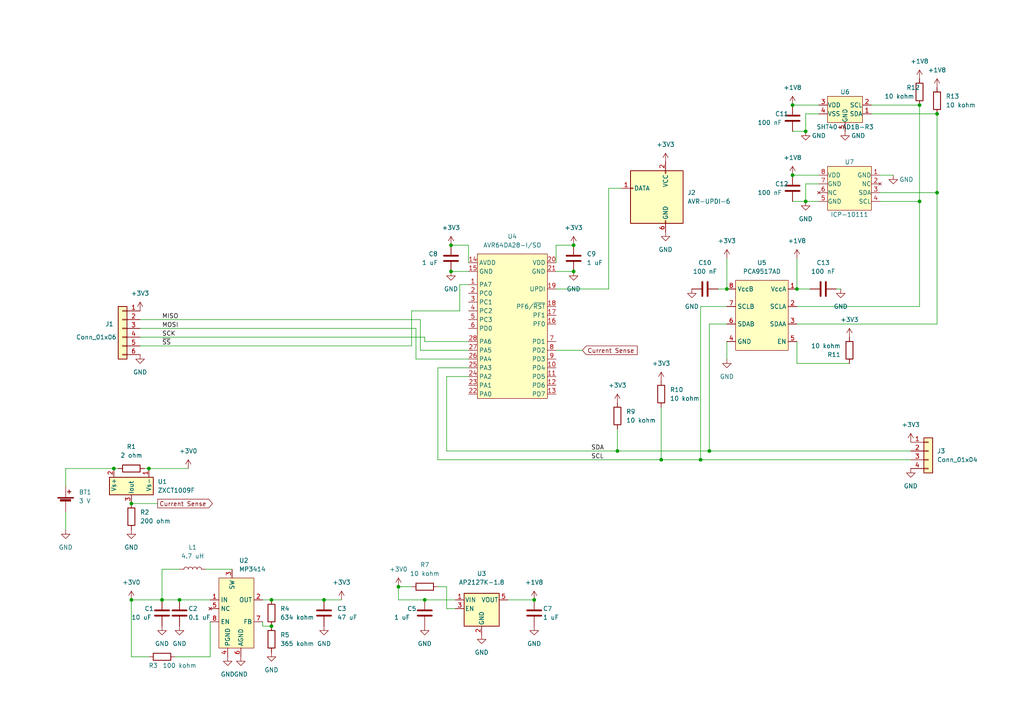
<source format=kicad_sch>
(kicad_sch (version 20211123) (generator eeschema)

  (uuid e63e39d7-6ac0-4ffd-8aa3-1841a4541b55)

  (paper "A4")

  (lib_symbols
    (symbol "Amplifier_Current:ZXCT1009F" (pin_names (offset 0.254)) (in_bom yes) (on_board yes)
      (property "Reference" "U" (id 0) (at 7.62 1.27 0)
        (effects (font (size 1.27 1.27)) (justify left))
      )
      (property "Value" "ZXCT1009F" (id 1) (at 7.62 -1.27 0)
        (effects (font (size 1.27 1.27)) (justify left))
      )
      (property "Footprint" "Package_TO_SOT_SMD:SOT-23" (id 2) (at 0 0 0)
        (effects (font (size 1.27 1.27)) hide)
      )
      (property "Datasheet" "https://www.diodes.com/assets/Datasheets/ZXCT1009.pdf" (id 3) (at -1.27 0 0)
        (effects (font (size 1.27 1.27)) hide)
      )
      (property "ki_keywords" "High side current monitor shunt" (id 4) (at 0 0 0)
        (effects (font (size 1.27 1.27)) hide)
      )
      (property "ki_description" "High-Side Current Monitor, SOT-23" (id 5) (at 0 0 0)
        (effects (font (size 1.27 1.27)) hide)
      )
      (property "ki_fp_filters" "SOT?23*" (id 6) (at 0 0 0)
        (effects (font (size 1.27 1.27)) hide)
      )
      (symbol "ZXCT1009F_0_1"
        (rectangle (start -6.35 2.54) (end 6.35 -2.54)
          (stroke (width 0.254) (type default) (color 0 0 0 0))
          (fill (type background))
        )
      )
      (symbol "ZXCT1009F_1_1"
        (pin input line (at 5.08 5.08 270) (length 2.54)
          (name "Vs-" (effects (font (size 1.27 1.27))))
          (number "1" (effects (font (size 1.27 1.27))))
        )
        (pin input line (at -5.08 5.08 270) (length 2.54)
          (name "Vs+" (effects (font (size 1.27 1.27))))
          (number "2" (effects (font (size 1.27 1.27))))
        )
        (pin output line (at 0 -5.08 90) (length 2.54)
          (name "Iout" (effects (font (size 1.27 1.27))))
          (number "3" (effects (font (size 1.27 1.27))))
        )
      )
    )
    (symbol "Connector:AVR-UPDI-6" (pin_names (offset 1.016)) (in_bom yes) (on_board yes)
      (property "Reference" "J" (id 0) (at -6.35 8.89 0)
        (effects (font (size 1.27 1.27)) (justify left))
      )
      (property "Value" "AVR-UPDI-6" (id 1) (at 0 8.89 0)
        (effects (font (size 1.27 1.27)) (justify left))
      )
      (property "Footprint" "" (id 2) (at -6.35 -1.27 90)
        (effects (font (size 1.27 1.27)) hide)
      )
      (property "Datasheet" "https://www.microchip.com/webdoc/GUID-9D10622A-5C16-4405-B092-1BDD437B4976/index.html?GUID-9B349315-2842-4189-B88C-49F4E1055D7F" (id 3) (at -32.385 -13.97 0)
        (effects (font (size 1.27 1.27)) hide)
      )
      (property "ki_keywords" "AVR UPDI Connector" (id 4) (at 0 0 0)
        (effects (font (size 1.27 1.27)) hide)
      )
      (property "ki_description" "Atmel 6-pin UPDI connector" (id 5) (at 0 0 0)
        (effects (font (size 1.27 1.27)) hide)
      )
      (property "ki_fp_filters" "IDC?Header*2x03* Pin?Header*2x03*" (id 6) (at 0 0 0)
        (effects (font (size 1.27 1.27)) hide)
      )
      (symbol "AVR-UPDI-6_0_1"
        (rectangle (start -2.667 -6.858) (end -2.413 -7.62)
          (stroke (width 0) (type default) (color 0 0 0 0))
          (fill (type none))
        )
        (rectangle (start -2.667 7.62) (end -2.413 6.858)
          (stroke (width 0) (type default) (color 0 0 0 0))
          (fill (type none))
        )
        (rectangle (start 7.62 2.667) (end 6.858 2.413)
          (stroke (width 0) (type default) (color 0 0 0 0))
          (fill (type none))
        )
        (rectangle (start 7.62 7.62) (end -7.62 -7.62)
          (stroke (width 0.254) (type default) (color 0 0 0 0))
          (fill (type background))
        )
      )
      (symbol "AVR-UPDI-6_1_1"
        (pin passive line (at 10.16 2.54 180) (length 2.54)
          (name "DATA" (effects (font (size 1.27 1.27))))
          (number "1" (effects (font (size 1.27 1.27))))
        )
        (pin passive line (at -2.54 10.16 270) (length 2.54)
          (name "VCC" (effects (font (size 1.27 1.27))))
          (number "2" (effects (font (size 1.27 1.27))))
        )
        (pin no_connect line (at 7.62 0 180) (length 2.54) hide
          (name "NC" (effects (font (size 1.27 1.27))))
          (number "3" (effects (font (size 1.27 1.27))))
        )
        (pin no_connect line (at 7.62 -2.54 180) (length 2.54) hide
          (name "NC" (effects (font (size 1.27 1.27))))
          (number "4" (effects (font (size 1.27 1.27))))
        )
        (pin no_connect line (at 7.62 -5.08 180) (length 2.54) hide
          (name "NC" (effects (font (size 1.27 1.27))))
          (number "5" (effects (font (size 1.27 1.27))))
        )
        (pin passive line (at -2.54 -10.16 90) (length 2.54)
          (name "GND" (effects (font (size 1.27 1.27))))
          (number "6" (effects (font (size 1.27 1.27))))
        )
      )
    )
    (symbol "Connector_Generic:Conn_01x04" (pin_names (offset 1.016) hide) (in_bom yes) (on_board yes)
      (property "Reference" "J" (id 0) (at 0 5.08 0)
        (effects (font (size 1.27 1.27)))
      )
      (property "Value" "Conn_01x04" (id 1) (at 0 -7.62 0)
        (effects (font (size 1.27 1.27)))
      )
      (property "Footprint" "" (id 2) (at 0 0 0)
        (effects (font (size 1.27 1.27)) hide)
      )
      (property "Datasheet" "~" (id 3) (at 0 0 0)
        (effects (font (size 1.27 1.27)) hide)
      )
      (property "ki_keywords" "connector" (id 4) (at 0 0 0)
        (effects (font (size 1.27 1.27)) hide)
      )
      (property "ki_description" "Generic connector, single row, 01x04, script generated (kicad-library-utils/schlib/autogen/connector/)" (id 5) (at 0 0 0)
        (effects (font (size 1.27 1.27)) hide)
      )
      (property "ki_fp_filters" "Connector*:*_1x??_*" (id 6) (at 0 0 0)
        (effects (font (size 1.27 1.27)) hide)
      )
      (symbol "Conn_01x04_1_1"
        (rectangle (start -1.27 -4.953) (end 0 -5.207)
          (stroke (width 0.1524) (type default) (color 0 0 0 0))
          (fill (type none))
        )
        (rectangle (start -1.27 -2.413) (end 0 -2.667)
          (stroke (width 0.1524) (type default) (color 0 0 0 0))
          (fill (type none))
        )
        (rectangle (start -1.27 0.127) (end 0 -0.127)
          (stroke (width 0.1524) (type default) (color 0 0 0 0))
          (fill (type none))
        )
        (rectangle (start -1.27 2.667) (end 0 2.413)
          (stroke (width 0.1524) (type default) (color 0 0 0 0))
          (fill (type none))
        )
        (rectangle (start -1.27 3.81) (end 1.27 -6.35)
          (stroke (width 0.254) (type default) (color 0 0 0 0))
          (fill (type background))
        )
        (pin passive line (at -5.08 2.54 0) (length 3.81)
          (name "Pin_1" (effects (font (size 1.27 1.27))))
          (number "1" (effects (font (size 1.27 1.27))))
        )
        (pin passive line (at -5.08 0 0) (length 3.81)
          (name "Pin_2" (effects (font (size 1.27 1.27))))
          (number "2" (effects (font (size 1.27 1.27))))
        )
        (pin passive line (at -5.08 -2.54 0) (length 3.81)
          (name "Pin_3" (effects (font (size 1.27 1.27))))
          (number "3" (effects (font (size 1.27 1.27))))
        )
        (pin passive line (at -5.08 -5.08 0) (length 3.81)
          (name "Pin_4" (effects (font (size 1.27 1.27))))
          (number "4" (effects (font (size 1.27 1.27))))
        )
      )
    )
    (symbol "Connector_Generic:Conn_01x06" (pin_names (offset 1.016) hide) (in_bom yes) (on_board yes)
      (property "Reference" "J" (id 0) (at 0 7.62 0)
        (effects (font (size 1.27 1.27)))
      )
      (property "Value" "Conn_01x06" (id 1) (at 0 -10.16 0)
        (effects (font (size 1.27 1.27)))
      )
      (property "Footprint" "" (id 2) (at 0 0 0)
        (effects (font (size 1.27 1.27)) hide)
      )
      (property "Datasheet" "~" (id 3) (at 0 0 0)
        (effects (font (size 1.27 1.27)) hide)
      )
      (property "ki_keywords" "connector" (id 4) (at 0 0 0)
        (effects (font (size 1.27 1.27)) hide)
      )
      (property "ki_description" "Generic connector, single row, 01x06, script generated (kicad-library-utils/schlib/autogen/connector/)" (id 5) (at 0 0 0)
        (effects (font (size 1.27 1.27)) hide)
      )
      (property "ki_fp_filters" "Connector*:*_1x??_*" (id 6) (at 0 0 0)
        (effects (font (size 1.27 1.27)) hide)
      )
      (symbol "Conn_01x06_1_1"
        (rectangle (start -1.27 -7.493) (end 0 -7.747)
          (stroke (width 0.1524) (type default) (color 0 0 0 0))
          (fill (type none))
        )
        (rectangle (start -1.27 -4.953) (end 0 -5.207)
          (stroke (width 0.1524) (type default) (color 0 0 0 0))
          (fill (type none))
        )
        (rectangle (start -1.27 -2.413) (end 0 -2.667)
          (stroke (width 0.1524) (type default) (color 0 0 0 0))
          (fill (type none))
        )
        (rectangle (start -1.27 0.127) (end 0 -0.127)
          (stroke (width 0.1524) (type default) (color 0 0 0 0))
          (fill (type none))
        )
        (rectangle (start -1.27 2.667) (end 0 2.413)
          (stroke (width 0.1524) (type default) (color 0 0 0 0))
          (fill (type none))
        )
        (rectangle (start -1.27 5.207) (end 0 4.953)
          (stroke (width 0.1524) (type default) (color 0 0 0 0))
          (fill (type none))
        )
        (rectangle (start -1.27 6.35) (end 1.27 -8.89)
          (stroke (width 0.254) (type default) (color 0 0 0 0))
          (fill (type background))
        )
        (pin passive line (at -5.08 5.08 0) (length 3.81)
          (name "Pin_1" (effects (font (size 1.27 1.27))))
          (number "1" (effects (font (size 1.27 1.27))))
        )
        (pin passive line (at -5.08 2.54 0) (length 3.81)
          (name "Pin_2" (effects (font (size 1.27 1.27))))
          (number "2" (effects (font (size 1.27 1.27))))
        )
        (pin passive line (at -5.08 0 0) (length 3.81)
          (name "Pin_3" (effects (font (size 1.27 1.27))))
          (number "3" (effects (font (size 1.27 1.27))))
        )
        (pin passive line (at -5.08 -2.54 0) (length 3.81)
          (name "Pin_4" (effects (font (size 1.27 1.27))))
          (number "4" (effects (font (size 1.27 1.27))))
        )
        (pin passive line (at -5.08 -5.08 0) (length 3.81)
          (name "Pin_5" (effects (font (size 1.27 1.27))))
          (number "5" (effects (font (size 1.27 1.27))))
        )
        (pin passive line (at -5.08 -7.62 0) (length 3.81)
          (name "Pin_6" (effects (font (size 1.27 1.27))))
          (number "6" (effects (font (size 1.27 1.27))))
        )
      )
    )
    (symbol "Device:Battery_Cell" (pin_numbers hide) (pin_names (offset 0) hide) (in_bom yes) (on_board yes)
      (property "Reference" "BT" (id 0) (at 2.54 2.54 0)
        (effects (font (size 1.27 1.27)) (justify left))
      )
      (property "Value" "Battery_Cell" (id 1) (at 2.54 0 0)
        (effects (font (size 1.27 1.27)) (justify left))
      )
      (property "Footprint" "" (id 2) (at 0 1.524 90)
        (effects (font (size 1.27 1.27)) hide)
      )
      (property "Datasheet" "~" (id 3) (at 0 1.524 90)
        (effects (font (size 1.27 1.27)) hide)
      )
      (property "ki_keywords" "battery cell" (id 4) (at 0 0 0)
        (effects (font (size 1.27 1.27)) hide)
      )
      (property "ki_description" "Single-cell battery" (id 5) (at 0 0 0)
        (effects (font (size 1.27 1.27)) hide)
      )
      (symbol "Battery_Cell_0_1"
        (rectangle (start -2.286 1.778) (end 2.286 1.524)
          (stroke (width 0) (type default) (color 0 0 0 0))
          (fill (type outline))
        )
        (rectangle (start -1.5748 1.1938) (end 1.4732 0.6858)
          (stroke (width 0) (type default) (color 0 0 0 0))
          (fill (type outline))
        )
        (polyline
          (pts
            (xy 0 0.762)
            (xy 0 0)
          )
          (stroke (width 0) (type default) (color 0 0 0 0))
          (fill (type none))
        )
        (polyline
          (pts
            (xy 0 1.778)
            (xy 0 2.54)
          )
          (stroke (width 0) (type default) (color 0 0 0 0))
          (fill (type none))
        )
        (polyline
          (pts
            (xy 0.508 3.429)
            (xy 1.524 3.429)
          )
          (stroke (width 0.254) (type default) (color 0 0 0 0))
          (fill (type none))
        )
        (polyline
          (pts
            (xy 1.016 3.937)
            (xy 1.016 2.921)
          )
          (stroke (width 0.254) (type default) (color 0 0 0 0))
          (fill (type none))
        )
      )
      (symbol "Battery_Cell_1_1"
        (pin passive line (at 0 5.08 270) (length 2.54)
          (name "+" (effects (font (size 1.27 1.27))))
          (number "1" (effects (font (size 1.27 1.27))))
        )
        (pin passive line (at 0 -2.54 90) (length 2.54)
          (name "-" (effects (font (size 1.27 1.27))))
          (number "2" (effects (font (size 1.27 1.27))))
        )
      )
    )
    (symbol "Device:C" (pin_numbers hide) (pin_names (offset 0.254)) (in_bom yes) (on_board yes)
      (property "Reference" "C" (id 0) (at 0.635 2.54 0)
        (effects (font (size 1.27 1.27)) (justify left))
      )
      (property "Value" "C" (id 1) (at 0.635 -2.54 0)
        (effects (font (size 1.27 1.27)) (justify left))
      )
      (property "Footprint" "" (id 2) (at 0.9652 -3.81 0)
        (effects (font (size 1.27 1.27)) hide)
      )
      (property "Datasheet" "~" (id 3) (at 0 0 0)
        (effects (font (size 1.27 1.27)) hide)
      )
      (property "ki_keywords" "cap capacitor" (id 4) (at 0 0 0)
        (effects (font (size 1.27 1.27)) hide)
      )
      (property "ki_description" "Unpolarized capacitor" (id 5) (at 0 0 0)
        (effects (font (size 1.27 1.27)) hide)
      )
      (property "ki_fp_filters" "C_*" (id 6) (at 0 0 0)
        (effects (font (size 1.27 1.27)) hide)
      )
      (symbol "C_0_1"
        (polyline
          (pts
            (xy -2.032 -0.762)
            (xy 2.032 -0.762)
          )
          (stroke (width 0.508) (type default) (color 0 0 0 0))
          (fill (type none))
        )
        (polyline
          (pts
            (xy -2.032 0.762)
            (xy 2.032 0.762)
          )
          (stroke (width 0.508) (type default) (color 0 0 0 0))
          (fill (type none))
        )
      )
      (symbol "C_1_1"
        (pin passive line (at 0 3.81 270) (length 2.794)
          (name "~" (effects (font (size 1.27 1.27))))
          (number "1" (effects (font (size 1.27 1.27))))
        )
        (pin passive line (at 0 -3.81 90) (length 2.794)
          (name "~" (effects (font (size 1.27 1.27))))
          (number "2" (effects (font (size 1.27 1.27))))
        )
      )
    )
    (symbol "Device:L" (pin_numbers hide) (pin_names (offset 1.016) hide) (in_bom yes) (on_board yes)
      (property "Reference" "L" (id 0) (at -1.27 0 90)
        (effects (font (size 1.27 1.27)))
      )
      (property "Value" "L" (id 1) (at 1.905 0 90)
        (effects (font (size 1.27 1.27)))
      )
      (property "Footprint" "" (id 2) (at 0 0 0)
        (effects (font (size 1.27 1.27)) hide)
      )
      (property "Datasheet" "~" (id 3) (at 0 0 0)
        (effects (font (size 1.27 1.27)) hide)
      )
      (property "ki_keywords" "inductor choke coil reactor magnetic" (id 4) (at 0 0 0)
        (effects (font (size 1.27 1.27)) hide)
      )
      (property "ki_description" "Inductor" (id 5) (at 0 0 0)
        (effects (font (size 1.27 1.27)) hide)
      )
      (property "ki_fp_filters" "Choke_* *Coil* Inductor_* L_*" (id 6) (at 0 0 0)
        (effects (font (size 1.27 1.27)) hide)
      )
      (symbol "L_0_1"
        (arc (start 0 -2.54) (mid 0.635 -1.905) (end 0 -1.27)
          (stroke (width 0) (type default) (color 0 0 0 0))
          (fill (type none))
        )
        (arc (start 0 -1.27) (mid 0.635 -0.635) (end 0 0)
          (stroke (width 0) (type default) (color 0 0 0 0))
          (fill (type none))
        )
        (arc (start 0 0) (mid 0.635 0.635) (end 0 1.27)
          (stroke (width 0) (type default) (color 0 0 0 0))
          (fill (type none))
        )
        (arc (start 0 1.27) (mid 0.635 1.905) (end 0 2.54)
          (stroke (width 0) (type default) (color 0 0 0 0))
          (fill (type none))
        )
      )
      (symbol "L_1_1"
        (pin passive line (at 0 3.81 270) (length 1.27)
          (name "1" (effects (font (size 1.27 1.27))))
          (number "1" (effects (font (size 1.27 1.27))))
        )
        (pin passive line (at 0 -3.81 90) (length 1.27)
          (name "2" (effects (font (size 1.27 1.27))))
          (number "2" (effects (font (size 1.27 1.27))))
        )
      )
    )
    (symbol "Device:R" (pin_numbers hide) (pin_names (offset 0)) (in_bom yes) (on_board yes)
      (property "Reference" "R" (id 0) (at 2.032 0 90)
        (effects (font (size 1.27 1.27)))
      )
      (property "Value" "R" (id 1) (at 0 0 90)
        (effects (font (size 1.27 1.27)))
      )
      (property "Footprint" "" (id 2) (at -1.778 0 90)
        (effects (font (size 1.27 1.27)) hide)
      )
      (property "Datasheet" "~" (id 3) (at 0 0 0)
        (effects (font (size 1.27 1.27)) hide)
      )
      (property "ki_keywords" "R res resistor" (id 4) (at 0 0 0)
        (effects (font (size 1.27 1.27)) hide)
      )
      (property "ki_description" "Resistor" (id 5) (at 0 0 0)
        (effects (font (size 1.27 1.27)) hide)
      )
      (property "ki_fp_filters" "R_*" (id 6) (at 0 0 0)
        (effects (font (size 1.27 1.27)) hide)
      )
      (symbol "R_0_1"
        (rectangle (start -1.016 -2.54) (end 1.016 2.54)
          (stroke (width 0.254) (type default) (color 0 0 0 0))
          (fill (type none))
        )
      )
      (symbol "R_1_1"
        (pin passive line (at 0 3.81 270) (length 1.27)
          (name "~" (effects (font (size 1.27 1.27))))
          (number "1" (effects (font (size 1.27 1.27))))
        )
        (pin passive line (at 0 -3.81 90) (length 1.27)
          (name "~" (effects (font (size 1.27 1.27))))
          (number "2" (effects (font (size 1.27 1.27))))
        )
      )
    )
    (symbol "MySymbols:AVR64DA28-I{slash}SO" (in_bom yes) (on_board yes)
      (property "Reference" "U" (id 0) (at 0 19.05 0)
        (effects (font (size 1.27 1.27)))
      )
      (property "Value" "AVR64DA28-I{slash}SO" (id 1) (at 0 -26.67 0)
        (effects (font (size 1.27 1.27)))
      )
      (property "Footprint" "Package_SO:SOIC-28W_7.5x17.9mm_P1.27mm" (id 2) (at 1.27 -33.02 0)
        (effects (font (size 1.27 1.27)) hide)
      )
      (property "Datasheet" "https://www.farnell.com/datasheets/3165060.pdf" (id 3) (at 1.27 -34.29 0)
        (effects (font (size 1.27 1.27)) hide)
      )
      (symbol "AVR64DA28-I{slash}SO_0_1"
        (rectangle (start -10.16 16.51) (end 10.16 -25.4)
          (stroke (width 0) (type default) (color 0 0 0 0))
          (fill (type background))
        )
      )
      (symbol "AVR64DA28-I{slash}SO_1_1"
        (pin bidirectional line (at -12.7 7.62 0) (length 2.54)
          (name "PA7" (effects (font (size 1.27 1.27))))
          (number "1" (effects (font (size 1.27 1.27))))
        )
        (pin bidirectional line (at 12.7 -16.51 180) (length 2.54)
          (name "PD4" (effects (font (size 1.27 1.27))))
          (number "10" (effects (font (size 1.27 1.27))))
        )
        (pin bidirectional line (at 12.7 -19.05 180) (length 2.54)
          (name "PD5" (effects (font (size 1.27 1.27))))
          (number "11" (effects (font (size 1.27 1.27))))
        )
        (pin bidirectional line (at 12.7 -21.59 180) (length 2.54)
          (name "PD6" (effects (font (size 1.27 1.27))))
          (number "12" (effects (font (size 1.27 1.27))))
        )
        (pin bidirectional line (at 12.7 -24.13 180) (length 2.54)
          (name "PD7" (effects (font (size 1.27 1.27))))
          (number "13" (effects (font (size 1.27 1.27))))
        )
        (pin power_in line (at -12.7 13.97 0) (length 2.54)
          (name "AVDD" (effects (font (size 1.27 1.27))))
          (number "14" (effects (font (size 1.27 1.27))))
        )
        (pin power_out line (at -12.7 11.43 0) (length 2.54)
          (name "GND" (effects (font (size 1.27 1.27))))
          (number "15" (effects (font (size 1.27 1.27))))
        )
        (pin bidirectional line (at 12.7 -3.81 180) (length 2.54)
          (name "PF0" (effects (font (size 1.27 1.27))))
          (number "16" (effects (font (size 1.27 1.27))))
        )
        (pin bidirectional line (at 12.7 -1.27 180) (length 2.54)
          (name "PF1" (effects (font (size 1.27 1.27))))
          (number "17" (effects (font (size 1.27 1.27))))
        )
        (pin bidirectional line (at 12.7 1.27 180) (length 2.54)
          (name "PF6/~{RST}" (effects (font (size 1.27 1.27))))
          (number "18" (effects (font (size 1.27 1.27))))
        )
        (pin bidirectional line (at 12.7 6.35 180) (length 2.54)
          (name "UPDI" (effects (font (size 1.27 1.27))))
          (number "19" (effects (font (size 1.27 1.27))))
        )
        (pin bidirectional line (at -12.7 5.08 0) (length 2.54)
          (name "PC0" (effects (font (size 1.27 1.27))))
          (number "2" (effects (font (size 1.27 1.27))))
        )
        (pin power_in line (at 12.7 13.97 180) (length 2.54)
          (name "VDD" (effects (font (size 1.27 1.27))))
          (number "20" (effects (font (size 1.27 1.27))))
        )
        (pin power_out line (at 12.7 11.43 180) (length 2.54)
          (name "GND" (effects (font (size 1.27 1.27))))
          (number "21" (effects (font (size 1.27 1.27))))
        )
        (pin bidirectional line (at -12.7 -24.13 0) (length 2.54)
          (name "PA0" (effects (font (size 1.27 1.27))))
          (number "22" (effects (font (size 1.27 1.27))))
        )
        (pin bidirectional line (at -12.7 -21.59 0) (length 2.54)
          (name "PA1" (effects (font (size 1.27 1.27))))
          (number "23" (effects (font (size 1.27 1.27))))
        )
        (pin bidirectional line (at -12.7 -19.05 0) (length 2.54)
          (name "PA2" (effects (font (size 1.27 1.27))))
          (number "24" (effects (font (size 1.27 1.27))))
        )
        (pin bidirectional line (at -12.7 -16.51 0) (length 2.54)
          (name "PA3" (effects (font (size 1.27 1.27))))
          (number "25" (effects (font (size 1.27 1.27))))
        )
        (pin bidirectional line (at -12.7 -13.97 0) (length 2.54)
          (name "PA4" (effects (font (size 1.27 1.27))))
          (number "26" (effects (font (size 1.27 1.27))))
        )
        (pin bidirectional line (at -12.7 -11.43 0) (length 2.54)
          (name "PA5" (effects (font (size 1.27 1.27))))
          (number "27" (effects (font (size 1.27 1.27))))
        )
        (pin bidirectional line (at -12.7 -8.89 0) (length 2.54)
          (name "PA6" (effects (font (size 1.27 1.27))))
          (number "28" (effects (font (size 1.27 1.27))))
        )
        (pin bidirectional line (at -12.7 2.54 0) (length 2.54)
          (name "PC1" (effects (font (size 1.27 1.27))))
          (number "3" (effects (font (size 1.27 1.27))))
        )
        (pin bidirectional line (at -12.7 0 0) (length 2.54)
          (name "PC2" (effects (font (size 1.27 1.27))))
          (number "4" (effects (font (size 1.27 1.27))))
        )
        (pin bidirectional line (at -12.7 -2.54 0) (length 2.54)
          (name "PC3" (effects (font (size 1.27 1.27))))
          (number "5" (effects (font (size 1.27 1.27))))
        )
        (pin bidirectional line (at -12.7 -5.08 0) (length 2.54)
          (name "PD0" (effects (font (size 1.27 1.27))))
          (number "6" (effects (font (size 1.27 1.27))))
        )
        (pin bidirectional line (at 12.7 -8.89 180) (length 2.54)
          (name "PD1" (effects (font (size 1.27 1.27))))
          (number "7" (effects (font (size 1.27 1.27))))
        )
        (pin bidirectional line (at 12.7 -11.43 180) (length 2.54)
          (name "PD2" (effects (font (size 1.27 1.27))))
          (number "8" (effects (font (size 1.27 1.27))))
        )
        (pin bidirectional line (at 12.7 -13.97 180) (length 2.54)
          (name "PD3" (effects (font (size 1.27 1.27))))
          (number "9" (effects (font (size 1.27 1.27))))
        )
      )
    )
    (symbol "MySymbols:ICP-10111" (pin_names (offset 0.002)) (in_bom yes) (on_board yes)
      (property "Reference" "U" (id 0) (at 0 0 0)
        (effects (font (size 1.27 1.27)))
      )
      (property "Value" "ICP-10111" (id 1) (at 0 -15.24 0)
        (effects (font (size 1.27 1.27)))
      )
      (property "Footprint" "MyFootprints:ICP-10111" (id 2) (at 0 0 0)
        (effects (font (size 1.27 1.27)) hide)
      )
      (property "Datasheet" "https://invensense.tdk.com/wp-content/uploads/2018/01/DS-000186-ICP-101xx-v1.2.pdf?ref_disty=digikey" (id 3) (at 0 -17.78 0)
        (effects (font (size 1.27 1.27)) hide)
      )
      (symbol "ICP-10111_0_1"
        (rectangle (start -6.35 -1.27) (end 6.35 -13.97)
          (stroke (width 0) (type default) (color 0 0 0 0))
          (fill (type background))
        )
      )
      (symbol "ICP-10111_1_1"
        (pin passive line (at 8.89 -3.81 180) (length 2.54)
          (name "GND" (effects (font (size 1.27 1.27))))
          (number "1" (effects (font (size 1.27 1.27))))
        )
        (pin no_connect line (at 8.89 -6.35 180) (length 2.54)
          (name "NC" (effects (font (size 1.27 1.27))))
          (number "2" (effects (font (size 1.27 1.27))))
        )
        (pin bidirectional line (at 8.89 -8.89 180) (length 2.54)
          (name "SDA" (effects (font (size 1.27 1.27))))
          (number "3" (effects (font (size 1.27 1.27))))
        )
        (pin input line (at 8.89 -11.43 180) (length 2.54)
          (name "SCL" (effects (font (size 1.27 1.27))))
          (number "4" (effects (font (size 1.27 1.27))))
        )
        (pin passive line (at -8.89 -11.43 0) (length 2.54)
          (name "GND" (effects (font (size 1.27 1.27))))
          (number "5" (effects (font (size 1.27 1.27))))
        )
        (pin no_connect line (at -8.89 -8.89 0) (length 2.54)
          (name "NC" (effects (font (size 1.27 1.27))))
          (number "6" (effects (font (size 1.27 1.27))))
        )
        (pin passive line (at -8.89 -6.35 0) (length 2.54)
          (name "GND" (effects (font (size 1.27 1.27))))
          (number "7" (effects (font (size 1.27 1.27))))
        )
        (pin power_in line (at -8.89 -3.81 0) (length 2.54)
          (name "VDD" (effects (font (size 1.27 1.27))))
          (number "8" (effects (font (size 1.27 1.27))))
        )
      )
    )
    (symbol "MySymbols:MP3414" (in_bom yes) (on_board yes)
      (property "Reference" "U" (id 0) (at 2.54 10.16 0)
        (effects (font (size 1.27 1.27)))
      )
      (property "Value" "MP3414" (id 1) (at 6.35 -12.7 0)
        (effects (font (size 1.27 1.27)))
      )
      (property "Footprint" "Package_TO_SOT_SMD:TSOT-23-8" (id 2) (at 0 0 0)
        (effects (font (size 1.27 1.27)) hide)
      )
      (property "Datasheet" "https://www.farnell.com/datasheets/2914737.pdf" (id 3) (at 0 0 0)
        (effects (font (size 1.27 1.27)) hide)
      )
      (symbol "MP3414_0_1"
        (rectangle (start -5.08 8.89) (end 5.08 -11.43)
          (stroke (width 0) (type default) (color 0 0 0 0))
          (fill (type background))
        )
      )
      (symbol "MP3414_1_1"
        (pin power_in line (at -7.62 2.54 0) (length 2.54)
          (name "IN" (effects (font (size 1.27 1.27))))
          (number "1" (effects (font (size 1.27 1.27))))
        )
        (pin power_out line (at 7.62 2.54 180) (length 2.54)
          (name "OUT" (effects (font (size 1.27 1.27))))
          (number "2" (effects (font (size 1.27 1.27))))
        )
        (pin power_out line (at -1.27 11.43 270) (length 2.54)
          (name "SW" (effects (font (size 1.27 1.27))))
          (number "3" (effects (font (size 1.27 1.27))))
        )
        (pin power_out line (at -2.54 -13.97 90) (length 2.54)
          (name "PGND" (effects (font (size 1.27 1.27))))
          (number "4" (effects (font (size 1.27 1.27))))
        )
        (pin no_connect line (at -7.62 0 0) (length 2.54)
          (name "NC" (effects (font (size 1.27 1.27))))
          (number "5" (effects (font (size 1.27 1.27))))
        )
        (pin power_out line (at 1.27 -13.97 90) (length 2.54)
          (name "AGND" (effects (font (size 1.27 1.27))))
          (number "6" (effects (font (size 1.27 1.27))))
        )
        (pin power_in line (at 7.62 -3.81 180) (length 2.54)
          (name "FB" (effects (font (size 1.27 1.27))))
          (number "7" (effects (font (size 1.27 1.27))))
        )
        (pin power_in line (at -7.62 -3.81 0) (length 2.54)
          (name "EN" (effects (font (size 1.27 1.27))))
          (number "8" (effects (font (size 1.27 1.27))))
        )
      )
    )
    (symbol "MySymbols:PCA9517AD" (in_bom yes) (on_board yes)
      (property "Reference" "U" (id 0) (at 0 17.78 0)
        (effects (font (size 1.27 1.27)))
      )
      (property "Value" "PCA9517AD" (id 1) (at 0 -5.08 0)
        (effects (font (size 1.27 1.27)))
      )
      (property "Footprint" "Package_SO:SOIC-8_3.9x4.9mm_P1.27mm" (id 2) (at 0 0 0)
        (effects (font (size 1.27 1.27)) hide)
      )
      (property "Datasheet" "" (id 3) (at 0 0 0)
        (effects (font (size 1.27 1.27)) hide)
      )
      (symbol "PCA9517AD_0_1"
        (rectangle (start -7.62 16.51) (end 7.62 -3.81)
          (stroke (width 0) (type default) (color 0 0 0 0))
          (fill (type background))
        )
      )
      (symbol "PCA9517AD_1_1"
        (pin power_in line (at -10.16 13.97 0) (length 2.54)
          (name "VccA" (effects (font (size 1.27 1.27))))
          (number "1" (effects (font (size 1.27 1.27))))
        )
        (pin bidirectional line (at -10.16 8.89 0) (length 2.54)
          (name "SCLA" (effects (font (size 1.27 1.27))))
          (number "2" (effects (font (size 1.27 1.27))))
        )
        (pin bidirectional line (at -10.16 3.81 0) (length 2.54)
          (name "SDAA" (effects (font (size 1.27 1.27))))
          (number "3" (effects (font (size 1.27 1.27))))
        )
        (pin power_out line (at 10.16 -1.27 180) (length 2.54)
          (name "GND" (effects (font (size 1.27 1.27))))
          (number "4" (effects (font (size 1.27 1.27))))
        )
        (pin input line (at -10.16 -1.27 0) (length 2.54)
          (name "EN" (effects (font (size 1.27 1.27))))
          (number "5" (effects (font (size 1.27 1.27))))
        )
        (pin bidirectional line (at 10.16 3.81 180) (length 2.54)
          (name "SDAB" (effects (font (size 1.27 1.27))))
          (number "6" (effects (font (size 1.27 1.27))))
        )
        (pin bidirectional line (at 10.16 8.89 180) (length 2.54)
          (name "SCLB" (effects (font (size 1.27 1.27))))
          (number "7" (effects (font (size 1.27 1.27))))
        )
        (pin power_in line (at 10.16 13.97 180) (length 2.54)
          (name "VccB" (effects (font (size 1.27 1.27))))
          (number "8" (effects (font (size 1.27 1.27))))
        )
      )
    )
    (symbol "MySymbols:SHT40-AD1B-R3" (pin_names (offset 0.002)) (in_bom yes) (on_board yes)
      (property "Reference" "U" (id 0) (at 0 5.08 0)
        (effects (font (size 1.27 1.27)))
      )
      (property "Value" "SHT40-AD1B-R3" (id 1) (at 0 -5.08 0)
        (effects (font (size 1.27 1.27)))
      )
      (property "Footprint" "MyFootprints:DFN-4-PADS0.5x0.3mm_SP1.4x0.8mm" (id 2) (at 0 -6.35 0)
        (effects (font (size 1.27 1.27)) hide)
      )
      (property "Datasheet" "https://sensirion.com/media/documents/33FD6951/61641E1E/Sensirion_Humidity_Sensors_SHT4x_Datasheet.pdf" (id 3) (at -1.27 7.62 0)
        (effects (font (size 1.27 1.27)) hide)
      )
      (symbol "SHT40-AD1B-R3_0_1"
        (rectangle (start -5.08 3.81) (end 5.08 -3.81)
          (stroke (width 0) (type default) (color 0 0 0 0))
          (fill (type background))
        )
      )
      (symbol "SHT40-AD1B-R3_1_1"
        (pin bidirectional line (at -7.62 1.27 0) (length 2.54)
          (name "SDA" (effects (font (size 1.27 1.27))))
          (number "1" (effects (font (size 1.27 1.27))))
        )
        (pin input line (at -7.62 -1.27 0) (length 2.54)
          (name "SCL" (effects (font (size 1.27 1.27))))
          (number "2" (effects (font (size 1.27 1.27))))
        )
        (pin power_in line (at 7.62 -1.27 180) (length 2.54)
          (name "VDD" (effects (font (size 1.27 1.27))))
          (number "3" (effects (font (size 1.27 1.27))))
        )
        (pin passive line (at 7.62 1.27 180) (length 2.54)
          (name "VSS" (effects (font (size 1.27 1.27))))
          (number "4" (effects (font (size 1.27 1.27))))
        )
        (pin power_out line (at 0 6.35 270) (length 2.54)
          (name "GND" (effects (font (size 1.27 1.27))))
          (number "5" (effects (font (size 1.27 1.27))))
        )
      )
    )
    (symbol "Regulator_Linear:AP2127K-1.8" (pin_names (offset 0.254)) (in_bom yes) (on_board yes)
      (property "Reference" "U" (id 0) (at -5.08 5.715 0)
        (effects (font (size 1.27 1.27)) (justify left))
      )
      (property "Value" "AP2127K-1.8" (id 1) (at 0 5.715 0)
        (effects (font (size 1.27 1.27)) (justify left))
      )
      (property "Footprint" "Package_TO_SOT_SMD:SOT-23-5" (id 2) (at 0 8.255 0)
        (effects (font (size 1.27 1.27)) hide)
      )
      (property "Datasheet" "https://www.diodes.com/assets/Datasheets/AP2127.pdf" (id 3) (at 0 2.54 0)
        (effects (font (size 1.27 1.27)) hide)
      )
      (property "ki_keywords" "linear regulator ldo fixed positive" (id 4) (at 0 0 0)
        (effects (font (size 1.27 1.27)) hide)
      )
      (property "ki_description" "300mA low dropout linear regulator, shutdown pin, 2.5V-6V input voltage, 1.8V fixed positive output, SOT-23-5" (id 5) (at 0 0 0)
        (effects (font (size 1.27 1.27)) hide)
      )
      (property "ki_fp_filters" "SOT?23?5*" (id 6) (at 0 0 0)
        (effects (font (size 1.27 1.27)) hide)
      )
      (symbol "AP2127K-1.8_0_1"
        (rectangle (start -5.08 4.445) (end 5.08 -5.08)
          (stroke (width 0.254) (type default) (color 0 0 0 0))
          (fill (type background))
        )
      )
      (symbol "AP2127K-1.8_1_1"
        (pin power_in line (at -7.62 2.54 0) (length 2.54)
          (name "VIN" (effects (font (size 1.27 1.27))))
          (number "1" (effects (font (size 1.27 1.27))))
        )
        (pin power_in line (at 0 -7.62 90) (length 2.54)
          (name "GND" (effects (font (size 1.27 1.27))))
          (number "2" (effects (font (size 1.27 1.27))))
        )
        (pin input line (at -7.62 0 0) (length 2.54)
          (name "EN" (effects (font (size 1.27 1.27))))
          (number "3" (effects (font (size 1.27 1.27))))
        )
        (pin no_connect line (at 5.08 0 180) (length 2.54) hide
          (name "NC" (effects (font (size 1.27 1.27))))
          (number "4" (effects (font (size 1.27 1.27))))
        )
        (pin power_out line (at 7.62 2.54 180) (length 2.54)
          (name "VOUT" (effects (font (size 1.27 1.27))))
          (number "5" (effects (font (size 1.27 1.27))))
        )
      )
    )
    (symbol "power:+1V8" (power) (pin_names (offset 0)) (in_bom yes) (on_board yes)
      (property "Reference" "#PWR" (id 0) (at 0 -3.81 0)
        (effects (font (size 1.27 1.27)) hide)
      )
      (property "Value" "+1V8" (id 1) (at 0 3.556 0)
        (effects (font (size 1.27 1.27)))
      )
      (property "Footprint" "" (id 2) (at 0 0 0)
        (effects (font (size 1.27 1.27)) hide)
      )
      (property "Datasheet" "" (id 3) (at 0 0 0)
        (effects (font (size 1.27 1.27)) hide)
      )
      (property "ki_keywords" "power-flag" (id 4) (at 0 0 0)
        (effects (font (size 1.27 1.27)) hide)
      )
      (property "ki_description" "Power symbol creates a global label with name \"+1V8\"" (id 5) (at 0 0 0)
        (effects (font (size 1.27 1.27)) hide)
      )
      (symbol "+1V8_0_1"
        (polyline
          (pts
            (xy -0.762 1.27)
            (xy 0 2.54)
          )
          (stroke (width 0) (type default) (color 0 0 0 0))
          (fill (type none))
        )
        (polyline
          (pts
            (xy 0 0)
            (xy 0 2.54)
          )
          (stroke (width 0) (type default) (color 0 0 0 0))
          (fill (type none))
        )
        (polyline
          (pts
            (xy 0 2.54)
            (xy 0.762 1.27)
          )
          (stroke (width 0) (type default) (color 0 0 0 0))
          (fill (type none))
        )
      )
      (symbol "+1V8_1_1"
        (pin power_in line (at 0 0 90) (length 0) hide
          (name "+1V8" (effects (font (size 1.27 1.27))))
          (number "1" (effects (font (size 1.27 1.27))))
        )
      )
    )
    (symbol "power:+3V0" (power) (pin_names (offset 0)) (in_bom yes) (on_board yes)
      (property "Reference" "#PWR" (id 0) (at 0 -3.81 0)
        (effects (font (size 1.27 1.27)) hide)
      )
      (property "Value" "+3V0" (id 1) (at 0 3.556 0)
        (effects (font (size 1.27 1.27)))
      )
      (property "Footprint" "" (id 2) (at 0 0 0)
        (effects (font (size 1.27 1.27)) hide)
      )
      (property "Datasheet" "" (id 3) (at 0 0 0)
        (effects (font (size 1.27 1.27)) hide)
      )
      (property "ki_keywords" "power-flag" (id 4) (at 0 0 0)
        (effects (font (size 1.27 1.27)) hide)
      )
      (property "ki_description" "Power symbol creates a global label with name \"+3V0\"" (id 5) (at 0 0 0)
        (effects (font (size 1.27 1.27)) hide)
      )
      (symbol "+3V0_0_1"
        (polyline
          (pts
            (xy -0.762 1.27)
            (xy 0 2.54)
          )
          (stroke (width 0) (type default) (color 0 0 0 0))
          (fill (type none))
        )
        (polyline
          (pts
            (xy 0 0)
            (xy 0 2.54)
          )
          (stroke (width 0) (type default) (color 0 0 0 0))
          (fill (type none))
        )
        (polyline
          (pts
            (xy 0 2.54)
            (xy 0.762 1.27)
          )
          (stroke (width 0) (type default) (color 0 0 0 0))
          (fill (type none))
        )
      )
      (symbol "+3V0_1_1"
        (pin power_in line (at 0 0 90) (length 0) hide
          (name "+3V0" (effects (font (size 1.27 1.27))))
          (number "1" (effects (font (size 1.27 1.27))))
        )
      )
    )
    (symbol "power:+3V3" (power) (pin_names (offset 0)) (in_bom yes) (on_board yes)
      (property "Reference" "#PWR" (id 0) (at 0 -3.81 0)
        (effects (font (size 1.27 1.27)) hide)
      )
      (property "Value" "+3V3" (id 1) (at 0 3.556 0)
        (effects (font (size 1.27 1.27)))
      )
      (property "Footprint" "" (id 2) (at 0 0 0)
        (effects (font (size 1.27 1.27)) hide)
      )
      (property "Datasheet" "" (id 3) (at 0 0 0)
        (effects (font (size 1.27 1.27)) hide)
      )
      (property "ki_keywords" "power-flag" (id 4) (at 0 0 0)
        (effects (font (size 1.27 1.27)) hide)
      )
      (property "ki_description" "Power symbol creates a global label with name \"+3V3\"" (id 5) (at 0 0 0)
        (effects (font (size 1.27 1.27)) hide)
      )
      (symbol "+3V3_0_1"
        (polyline
          (pts
            (xy -0.762 1.27)
            (xy 0 2.54)
          )
          (stroke (width 0) (type default) (color 0 0 0 0))
          (fill (type none))
        )
        (polyline
          (pts
            (xy 0 0)
            (xy 0 2.54)
          )
          (stroke (width 0) (type default) (color 0 0 0 0))
          (fill (type none))
        )
        (polyline
          (pts
            (xy 0 2.54)
            (xy 0.762 1.27)
          )
          (stroke (width 0) (type default) (color 0 0 0 0))
          (fill (type none))
        )
      )
      (symbol "+3V3_1_1"
        (pin power_in line (at 0 0 90) (length 0) hide
          (name "+3V3" (effects (font (size 1.27 1.27))))
          (number "1" (effects (font (size 1.27 1.27))))
        )
      )
    )
    (symbol "power:GND" (power) (pin_names (offset 0)) (in_bom yes) (on_board yes)
      (property "Reference" "#PWR" (id 0) (at 0 -6.35 0)
        (effects (font (size 1.27 1.27)) hide)
      )
      (property "Value" "GND" (id 1) (at 0 -3.81 0)
        (effects (font (size 1.27 1.27)))
      )
      (property "Footprint" "" (id 2) (at 0 0 0)
        (effects (font (size 1.27 1.27)) hide)
      )
      (property "Datasheet" "" (id 3) (at 0 0 0)
        (effects (font (size 1.27 1.27)) hide)
      )
      (property "ki_keywords" "power-flag" (id 4) (at 0 0 0)
        (effects (font (size 1.27 1.27)) hide)
      )
      (property "ki_description" "Power symbol creates a global label with name \"GND\" , ground" (id 5) (at 0 0 0)
        (effects (font (size 1.27 1.27)) hide)
      )
      (symbol "GND_0_1"
        (polyline
          (pts
            (xy 0 0)
            (xy 0 -1.27)
            (xy 1.27 -1.27)
            (xy 0 -2.54)
            (xy -1.27 -1.27)
            (xy 0 -1.27)
          )
          (stroke (width 0) (type default) (color 0 0 0 0))
          (fill (type none))
        )
      )
      (symbol "GND_1_1"
        (pin power_in line (at 0 0 270) (length 0) hide
          (name "GND" (effects (font (size 1.27 1.27))))
          (number "1" (effects (font (size 1.27 1.27))))
        )
      )
    )
  )

  (junction (at 43.18 135.89) (diameter 0) (color 0 0 0 0)
    (uuid 02a148b3-b795-4bef-ab5f-ee1221907e5d)
  )
  (junction (at 271.78 55.88) (diameter 0) (color 0 0 0 0)
    (uuid 0bd9d57c-19e8-4e75-9658-1e84a0987daa)
  )
  (junction (at 233.68 58.42) (diameter 0) (color 0 0 0 0)
    (uuid 1388846a-b3af-4d0b-944f-9db9c2342151)
  )
  (junction (at 166.37 78.74) (diameter 0) (color 0 0 0 0)
    (uuid 14101f30-653c-49e8-b759-2a9b6f17772c)
  )
  (junction (at 179.07 130.81) (diameter 0) (color 0 0 0 0)
    (uuid 15b1c6c6-09e0-4330-9c02-71ada557e378)
  )
  (junction (at 210.82 83.82) (diameter 0) (color 0 0 0 0)
    (uuid 286a2477-b711-43c7-a0f6-d0063f3c15d7)
  )
  (junction (at 130.81 78.74) (diameter 0) (color 0 0 0 0)
    (uuid 3d7eace5-9e88-47cd-9ef6-bc2e5cb3dfed)
  )
  (junction (at 33.02 135.89) (diameter 0) (color 0 0 0 0)
    (uuid 417bf2f6-6b58-4a15-9b15-05c8a88ed98e)
  )
  (junction (at 229.87 30.48) (diameter 0) (color 0 0 0 0)
    (uuid 4557ee72-55b8-4c53-ba69-2e6b9c8fcad2)
  )
  (junction (at 233.68 38.1) (diameter 0) (color 0 0 0 0)
    (uuid 4e1054fa-02ec-4b24-8f72-38b1dc32f2df)
  )
  (junction (at 38.1 146.05) (diameter 0) (color 0 0 0 0)
    (uuid 4f6acad9-259d-46b0-b7bc-f195a7030b51)
  )
  (junction (at 52.07 173.99) (diameter 0) (color 0 0 0 0)
    (uuid 594e6532-349e-4347-bbaf-41bcf025769e)
  )
  (junction (at 203.2 133.35) (diameter 0) (color 0 0 0 0)
    (uuid 5e3580ef-1ac0-48ac-ac8e-f4cd7c68157e)
  )
  (junction (at 154.94 173.99) (diameter 0) (color 0 0 0 0)
    (uuid 62e3915f-c913-4f7b-8ea5-bf9f8caabb1a)
  )
  (junction (at 229.87 50.8) (diameter 0) (color 0 0 0 0)
    (uuid 6a8c3f76-f8b4-439d-a02e-16b4360cbed9)
  )
  (junction (at 123.19 173.99) (diameter 0) (color 0 0 0 0)
    (uuid 7f89682d-1838-422d-b1f3-eeaa3bc004ff)
  )
  (junction (at 191.77 133.35) (diameter 0) (color 0 0 0 0)
    (uuid 809bf5f2-c230-4029-9473-919203db759d)
  )
  (junction (at 271.78 33.02) (diameter 0) (color 0 0 0 0)
    (uuid 8c891a30-01ef-46e8-945f-1a36d67831e3)
  )
  (junction (at 115.57 170.18) (diameter 0) (color 0 0 0 0)
    (uuid 91498b4e-8eff-41ca-a84e-e5c0fe7edb49)
  )
  (junction (at 78.74 173.99) (diameter 0) (color 0 0 0 0)
    (uuid 92b7eeba-7551-4ea4-881f-f442b65d070e)
  )
  (junction (at 231.14 83.82) (diameter 0) (color 0 0 0 0)
    (uuid 9ef39574-b920-4439-b00a-3a9a46d59ff3)
  )
  (junction (at 266.7 30.48) (diameter 0) (color 0 0 0 0)
    (uuid cf5776bf-621b-499f-8191-b0b6c22b294c)
  )
  (junction (at 78.74 181.61) (diameter 0) (color 0 0 0 0)
    (uuid d4ac9585-d5d4-410d-8597-3ade4f11e6ec)
  )
  (junction (at 130.81 71.12) (diameter 0) (color 0 0 0 0)
    (uuid d7a69271-ebab-4047-bd59-8e80d0b0ab93)
  )
  (junction (at 38.1 173.99) (diameter 0) (color 0 0 0 0)
    (uuid d836f8a2-7131-43fd-a39b-9e4ed306c9ab)
  )
  (junction (at 205.74 130.81) (diameter 0) (color 0 0 0 0)
    (uuid e3d9e8b1-59ab-4669-9779-7218833a1fc3)
  )
  (junction (at 46.99 173.99) (diameter 0) (color 0 0 0 0)
    (uuid e563add7-0a7a-41c7-9d3d-c678b44248d2)
  )
  (junction (at 166.37 71.12) (diameter 0) (color 0 0 0 0)
    (uuid f31ac7e8-5e33-4a07-b9a0-edf6a787ebca)
  )
  (junction (at 93.98 173.99) (diameter 0) (color 0 0 0 0)
    (uuid fb5c2b6e-73fe-4234-a6a3-d9aa96cdfdcd)
  )
  (junction (at 266.7 58.42) (diameter 0) (color 0 0 0 0)
    (uuid fd57e61b-f08e-455a-bdb3-950f63accc5e)
  )

  (wire (pts (xy 115.57 173.99) (xy 115.57 170.18))
    (stroke (width 0) (type default) (color 0 0 0 0))
    (uuid 032b025e-949e-4927-ac7f-cb13999d76b1)
  )
  (wire (pts (xy 205.74 93.98) (xy 210.82 93.98))
    (stroke (width 0) (type default) (color 0 0 0 0))
    (uuid 071680b2-01c5-4918-91db-5d444236e8d6)
  )
  (wire (pts (xy 203.2 133.35) (xy 264.16 133.35))
    (stroke (width 0) (type default) (color 0 0 0 0))
    (uuid 0907116a-54f4-46ff-8061-80f6d934228b)
  )
  (wire (pts (xy 76.2 180.34) (xy 76.2 181.61))
    (stroke (width 0) (type default) (color 0 0 0 0))
    (uuid 0dd2c15a-485a-43c6-86ad-034773ded0c1)
  )
  (wire (pts (xy 210.82 99.06) (xy 210.82 104.14))
    (stroke (width 0) (type default) (color 0 0 0 0))
    (uuid 0ef1ccff-e88c-4989-a09f-8c758e9683cb)
  )
  (wire (pts (xy 161.29 71.12) (xy 166.37 71.12))
    (stroke (width 0) (type default) (color 0 0 0 0))
    (uuid 10972c17-b1fc-432e-b427-cbedd9313386)
  )
  (wire (pts (xy 127 170.18) (xy 129.54 170.18))
    (stroke (width 0) (type default) (color 0 0 0 0))
    (uuid 132eed16-c522-47ee-b936-2e267e04b4ea)
  )
  (wire (pts (xy 231.14 74.93) (xy 231.14 83.82))
    (stroke (width 0) (type default) (color 0 0 0 0))
    (uuid 153d1bfe-f46b-418b-b9f9-4f2e518d4f2d)
  )
  (wire (pts (xy 119.38 90.17) (xy 133.35 90.17))
    (stroke (width 0) (type default) (color 0 0 0 0))
    (uuid 16deffaf-97e4-48aa-837d-5bd97075bc7b)
  )
  (wire (pts (xy 46.99 173.99) (xy 52.07 173.99))
    (stroke (width 0) (type default) (color 0 0 0 0))
    (uuid 17065b7f-db9d-41c5-bf7e-978408108a94)
  )
  (wire (pts (xy 135.89 78.74) (xy 130.81 78.74))
    (stroke (width 0) (type default) (color 0 0 0 0))
    (uuid 171315b8-aa97-4a1e-8b05-6eae0f4857f8)
  )
  (wire (pts (xy 40.64 97.79) (xy 123.19 97.79))
    (stroke (width 0) (type default) (color 0 0 0 0))
    (uuid 18b1dc72-06dc-4580-8992-5657a89acfa4)
  )
  (wire (pts (xy 78.74 173.99) (xy 93.98 173.99))
    (stroke (width 0) (type default) (color 0 0 0 0))
    (uuid 19513422-392f-4ab2-b62b-a3fde754de0f)
  )
  (wire (pts (xy 133.35 90.17) (xy 133.35 82.55))
    (stroke (width 0) (type default) (color 0 0 0 0))
    (uuid 1ad133bc-1437-4cc9-a13f-bd3ca5336bcc)
  )
  (wire (pts (xy 76.2 173.99) (xy 78.74 173.99))
    (stroke (width 0) (type default) (color 0 0 0 0))
    (uuid 1de6104b-d81a-465f-b14b-a4c1aa48fdb4)
  )
  (wire (pts (xy 231.14 99.06) (xy 231.14 105.41))
    (stroke (width 0) (type default) (color 0 0 0 0))
    (uuid 1e491a8b-a0b5-40fd-84ed-f4267c9c9f36)
  )
  (wire (pts (xy 237.49 33.02) (xy 233.68 33.02))
    (stroke (width 0) (type default) (color 0 0 0 0))
    (uuid 1f6bdb3a-fbe8-47cf-8e11-ec367c93141b)
  )
  (wire (pts (xy 179.07 130.81) (xy 179.07 124.46))
    (stroke (width 0) (type default) (color 0 0 0 0))
    (uuid 2402f617-e52b-462e-a00b-8adb6efcb8ef)
  )
  (wire (pts (xy 129.54 109.22) (xy 135.89 109.22))
    (stroke (width 0) (type default) (color 0 0 0 0))
    (uuid 2734be8e-beab-4870-a24b-adc20131dba4)
  )
  (wire (pts (xy 129.54 170.18) (xy 129.54 176.53))
    (stroke (width 0) (type default) (color 0 0 0 0))
    (uuid 298496d6-e05c-4044-b7d6-229fe7552071)
  )
  (wire (pts (xy 38.1 146.05) (xy 45.72 146.05))
    (stroke (width 0) (type default) (color 0 0 0 0))
    (uuid 2d3317d1-b2fc-42a6-bade-0b3bb37bed82)
  )
  (wire (pts (xy 255.27 58.42) (xy 266.7 58.42))
    (stroke (width 0) (type default) (color 0 0 0 0))
    (uuid 2e8eaffc-aeb2-4d92-8fdb-06d1bc63380d)
  )
  (wire (pts (xy 123.19 99.06) (xy 135.89 99.06))
    (stroke (width 0) (type default) (color 0 0 0 0))
    (uuid 3078b02a-a2de-445b-84e7-7e305e01a09b)
  )
  (wire (pts (xy 233.68 33.02) (xy 233.68 38.1))
    (stroke (width 0) (type default) (color 0 0 0 0))
    (uuid 318ca7cc-097c-4be9-a736-d8b6bfae96fa)
  )
  (wire (pts (xy 59.69 165.1) (xy 67.31 165.1))
    (stroke (width 0) (type default) (color 0 0 0 0))
    (uuid 353cb632-d779-469f-81ec-d2c9b1e1cb05)
  )
  (wire (pts (xy 252.73 33.02) (xy 271.78 33.02))
    (stroke (width 0) (type default) (color 0 0 0 0))
    (uuid 36a17ee1-8b81-4e50-9f90-172fe8ca41aa)
  )
  (wire (pts (xy 19.05 153.67) (xy 19.05 148.59))
    (stroke (width 0) (type default) (color 0 0 0 0))
    (uuid 39364a8e-195d-4fe7-8d7a-3b9fa0254ab2)
  )
  (wire (pts (xy 255.27 50.8) (xy 259.08 50.8))
    (stroke (width 0) (type default) (color 0 0 0 0))
    (uuid 3ae11c88-8c07-48f3-ba36-41a46acda0cb)
  )
  (wire (pts (xy 121.92 101.6) (xy 135.89 101.6))
    (stroke (width 0) (type default) (color 0 0 0 0))
    (uuid 3e69f3df-2029-4471-8851-8e2f4ed7277a)
  )
  (wire (pts (xy 121.92 92.71) (xy 121.92 101.6))
    (stroke (width 0) (type default) (color 0 0 0 0))
    (uuid 3fb253fd-248c-4d65-9800-e9c7548a27fd)
  )
  (wire (pts (xy 231.14 93.98) (xy 271.78 93.98))
    (stroke (width 0) (type default) (color 0 0 0 0))
    (uuid 40c30681-6ef2-4022-8f4a-845b2ccc8022)
  )
  (wire (pts (xy 129.54 176.53) (xy 132.08 176.53))
    (stroke (width 0) (type default) (color 0 0 0 0))
    (uuid 41988800-6fe0-4cbe-9c3d-c4e1078ecf6a)
  )
  (wire (pts (xy 50.8 190.5) (xy 60.96 190.5))
    (stroke (width 0) (type default) (color 0 0 0 0))
    (uuid 433b7fa3-5a66-4da3-8a32-088388832243)
  )
  (wire (pts (xy 133.35 82.55) (xy 135.89 82.55))
    (stroke (width 0) (type default) (color 0 0 0 0))
    (uuid 437857e9-106b-4c4d-9ab8-469739445503)
  )
  (wire (pts (xy 60.96 190.5) (xy 60.96 180.34))
    (stroke (width 0) (type default) (color 0 0 0 0))
    (uuid 4562d8d5-c359-4a02-bed4-1fe4b7b23a01)
  )
  (wire (pts (xy 33.02 135.89) (xy 19.05 135.89))
    (stroke (width 0) (type default) (color 0 0 0 0))
    (uuid 46e31c6f-8061-485d-ae42-39f7a2c8cc94)
  )
  (wire (pts (xy 76.2 181.61) (xy 78.74 181.61))
    (stroke (width 0) (type default) (color 0 0 0 0))
    (uuid 48d0be5d-00f3-4f27-aace-d2edbeabbe3f)
  )
  (wire (pts (xy 120.65 104.14) (xy 135.89 104.14))
    (stroke (width 0) (type default) (color 0 0 0 0))
    (uuid 4d406eb2-35a7-47ea-a588-6515d19950f0)
  )
  (wire (pts (xy 203.2 88.9) (xy 210.82 88.9))
    (stroke (width 0) (type default) (color 0 0 0 0))
    (uuid 4eb4d6d8-af1a-4e58-b350-9bf4fa3d13b1)
  )
  (wire (pts (xy 166.37 78.74) (xy 161.29 78.74))
    (stroke (width 0) (type default) (color 0 0 0 0))
    (uuid 504e366b-28fb-47c7-b850-097d836ec7f9)
  )
  (wire (pts (xy 54.61 135.89) (xy 43.18 135.89))
    (stroke (width 0) (type default) (color 0 0 0 0))
    (uuid 528c9ab5-e7ba-431c-8c9b-675868344a4f)
  )
  (wire (pts (xy 129.54 130.81) (xy 129.54 109.22))
    (stroke (width 0) (type default) (color 0 0 0 0))
    (uuid 5699da66-0b63-4ed3-a101-5cf89c114943)
  )
  (wire (pts (xy 38.1 173.99) (xy 38.1 190.5))
    (stroke (width 0) (type default) (color 0 0 0 0))
    (uuid 56c23efc-34be-4728-8bbb-c462068f1057)
  )
  (wire (pts (xy 52.07 165.1) (xy 46.99 165.1))
    (stroke (width 0) (type default) (color 0 0 0 0))
    (uuid 653b75fe-0af3-4097-bda9-e4d332a92f48)
  )
  (wire (pts (xy 40.64 100.33) (xy 119.38 100.33))
    (stroke (width 0) (type default) (color 0 0 0 0))
    (uuid 65c485a0-edba-44e8-8f2a-6dc3aec0648a)
  )
  (wire (pts (xy 147.32 173.99) (xy 154.94 173.99))
    (stroke (width 0) (type default) (color 0 0 0 0))
    (uuid 66bd7b46-3951-42c2-ae11-3a71a7b93d35)
  )
  (wire (pts (xy 127 106.68) (xy 135.89 106.68))
    (stroke (width 0) (type default) (color 0 0 0 0))
    (uuid 6b2b0623-7104-4eb3-8497-fd7a4026427b)
  )
  (wire (pts (xy 271.78 55.88) (xy 271.78 93.98))
    (stroke (width 0) (type default) (color 0 0 0 0))
    (uuid 822f8259-a851-405e-9238-7222aaac0259)
  )
  (wire (pts (xy 93.98 173.99) (xy 99.06 173.99))
    (stroke (width 0) (type default) (color 0 0 0 0))
    (uuid 85b96b17-359b-432e-a4fc-27204c037ac4)
  )
  (wire (pts (xy 252.73 30.48) (xy 266.7 30.48))
    (stroke (width 0) (type default) (color 0 0 0 0))
    (uuid 85d487a6-2958-469f-9f32-b9b7947fccb5)
  )
  (wire (pts (xy 208.28 83.82) (xy 210.82 83.82))
    (stroke (width 0) (type default) (color 0 0 0 0))
    (uuid 891a8673-363b-4c52-b46a-e4cf54278cb1)
  )
  (wire (pts (xy 129.54 130.81) (xy 179.07 130.81))
    (stroke (width 0) (type default) (color 0 0 0 0))
    (uuid 8a647e46-6c08-42b5-95a5-9aef5b8ab9b4)
  )
  (wire (pts (xy 229.87 30.48) (xy 237.49 30.48))
    (stroke (width 0) (type default) (color 0 0 0 0))
    (uuid 8b5dd058-7bc0-4e00-9eb0-d1ec92d22702)
  )
  (wire (pts (xy 271.78 33.02) (xy 271.78 55.88))
    (stroke (width 0) (type default) (color 0 0 0 0))
    (uuid 8edef603-05e7-4629-8eb1-eedf3dff4381)
  )
  (wire (pts (xy 255.27 55.88) (xy 271.78 55.88))
    (stroke (width 0) (type default) (color 0 0 0 0))
    (uuid 8f2911e6-7067-46c3-8210-067e6e276355)
  )
  (wire (pts (xy 127 133.35) (xy 127 106.68))
    (stroke (width 0) (type default) (color 0 0 0 0))
    (uuid 910accdb-b308-4fa8-b5b4-a8e63a905dea)
  )
  (wire (pts (xy 40.64 95.25) (xy 120.65 95.25))
    (stroke (width 0) (type default) (color 0 0 0 0))
    (uuid 9472750c-e2c9-4d22-aa7b-184d702d7476)
  )
  (wire (pts (xy 135.89 71.12) (xy 130.81 71.12))
    (stroke (width 0) (type default) (color 0 0 0 0))
    (uuid 95ba567f-06bc-4652-8d1e-ac8d7e0ee623)
  )
  (wire (pts (xy 161.29 101.6) (xy 168.91 101.6))
    (stroke (width 0) (type default) (color 0 0 0 0))
    (uuid 99e51bea-8cdf-47f9-8eb9-3cd99aa5de55)
  )
  (wire (pts (xy 229.87 58.42) (xy 233.68 58.42))
    (stroke (width 0) (type default) (color 0 0 0 0))
    (uuid 9a32e0f1-57a9-4b3b-8ddc-5aed30160211)
  )
  (wire (pts (xy 161.29 83.82) (xy 176.53 83.82))
    (stroke (width 0) (type default) (color 0 0 0 0))
    (uuid 9c65c6b5-6257-406a-8b15-5183af420252)
  )
  (wire (pts (xy 43.18 135.89) (xy 41.91 135.89))
    (stroke (width 0) (type default) (color 0 0 0 0))
    (uuid 9d4a40d3-783a-406a-a62f-75cc27763b32)
  )
  (wire (pts (xy 115.57 170.18) (xy 119.38 170.18))
    (stroke (width 0) (type default) (color 0 0 0 0))
    (uuid a2e9ceda-cbf8-44e9-b755-81a9be13c455)
  )
  (wire (pts (xy 231.14 88.9) (xy 266.7 88.9))
    (stroke (width 0) (type default) (color 0 0 0 0))
    (uuid a908c432-dc11-4c37-93f8-3b85bd4b8669)
  )
  (wire (pts (xy 191.77 133.35) (xy 203.2 133.35))
    (stroke (width 0) (type default) (color 0 0 0 0))
    (uuid aa37cb9a-b250-4a6a-935f-ef87568907e3)
  )
  (wire (pts (xy 38.1 190.5) (xy 43.18 190.5))
    (stroke (width 0) (type default) (color 0 0 0 0))
    (uuid ab0b4ba0-7027-47d5-bbb8-a4948aa0a62f)
  )
  (wire (pts (xy 176.53 83.82) (xy 176.53 54.61))
    (stroke (width 0) (type default) (color 0 0 0 0))
    (uuid acc1a66f-26c4-4ba4-a2f6-3aee16f55cd9)
  )
  (wire (pts (xy 203.2 88.9) (xy 203.2 133.35))
    (stroke (width 0) (type default) (color 0 0 0 0))
    (uuid aeb69019-def2-43b1-a7d8-5555dbe3f1af)
  )
  (wire (pts (xy 19.05 135.89) (xy 19.05 140.97))
    (stroke (width 0) (type default) (color 0 0 0 0))
    (uuid b760868c-09a2-4584-bd20-9841c27ea2cd)
  )
  (wire (pts (xy 123.19 97.79) (xy 123.19 99.06))
    (stroke (width 0) (type default) (color 0 0 0 0))
    (uuid b779eacb-f3cf-4bae-8339-4124042437e5)
  )
  (wire (pts (xy 176.53 54.61) (xy 180.34 54.61))
    (stroke (width 0) (type default) (color 0 0 0 0))
    (uuid b9406296-d738-4b93-8faa-0f8084d563d3)
  )
  (wire (pts (xy 205.74 93.98) (xy 205.74 130.81))
    (stroke (width 0) (type default) (color 0 0 0 0))
    (uuid bcc4c1ae-5242-4fa3-a35b-468ac213e197)
  )
  (wire (pts (xy 266.7 30.48) (xy 266.7 58.42))
    (stroke (width 0) (type default) (color 0 0 0 0))
    (uuid bd5eb2e2-73e1-4453-b13e-cf4c9fe3caf1)
  )
  (wire (pts (xy 237.49 53.34) (xy 233.68 53.34))
    (stroke (width 0) (type default) (color 0 0 0 0))
    (uuid c55be9a7-9cb6-4c82-859e-5693f9fac735)
  )
  (wire (pts (xy 161.29 76.2) (xy 161.29 71.12))
    (stroke (width 0) (type default) (color 0 0 0 0))
    (uuid c641510a-4d29-4b49-91e8-0103bae5ee65)
  )
  (wire (pts (xy 266.7 58.42) (xy 266.7 88.9))
    (stroke (width 0) (type default) (color 0 0 0 0))
    (uuid cabeebbb-1c5e-4b93-8ef2-026628215ed6)
  )
  (wire (pts (xy 231.14 105.41) (xy 246.38 105.41))
    (stroke (width 0) (type default) (color 0 0 0 0))
    (uuid cc91adbb-964e-47ee-869a-238b2e50dbc6)
  )
  (wire (pts (xy 243.84 83.82) (xy 242.57 83.82))
    (stroke (width 0) (type default) (color 0 0 0 0))
    (uuid d6a82d3f-f622-4738-9e11-e0329b012ad2)
  )
  (wire (pts (xy 231.14 83.82) (xy 234.95 83.82))
    (stroke (width 0) (type default) (color 0 0 0 0))
    (uuid db132c67-80db-45d9-a6f5-5c3c1372f59b)
  )
  (wire (pts (xy 233.68 53.34) (xy 233.68 58.42))
    (stroke (width 0) (type default) (color 0 0 0 0))
    (uuid dc89110a-b959-45b1-9aad-7123f8b0cefd)
  )
  (wire (pts (xy 127 133.35) (xy 191.77 133.35))
    (stroke (width 0) (type default) (color 0 0 0 0))
    (uuid ddacfd69-1325-4c2b-b224-a7f8dd9a66f9)
  )
  (wire (pts (xy 46.99 165.1) (xy 46.99 173.99))
    (stroke (width 0) (type default) (color 0 0 0 0))
    (uuid dfa42b5f-512e-4443-806d-1dcb03f5a0cb)
  )
  (wire (pts (xy 237.49 58.42) (xy 233.68 58.42))
    (stroke (width 0) (type default) (color 0 0 0 0))
    (uuid e39a812c-bc5e-4170-9cd3-784ab09d1872)
  )
  (wire (pts (xy 205.74 130.81) (xy 264.16 130.81))
    (stroke (width 0) (type default) (color 0 0 0 0))
    (uuid e9157d86-75c5-491a-a48a-b70dff5d1e09)
  )
  (wire (pts (xy 179.07 130.81) (xy 205.74 130.81))
    (stroke (width 0) (type default) (color 0 0 0 0))
    (uuid ec697508-385f-4880-bb9e-483a3323a973)
  )
  (wire (pts (xy 34.29 135.89) (xy 33.02 135.89))
    (stroke (width 0) (type default) (color 0 0 0 0))
    (uuid ecc141ac-94c7-4f1b-b13e-4859ea469a46)
  )
  (wire (pts (xy 120.65 95.25) (xy 120.65 104.14))
    (stroke (width 0) (type default) (color 0 0 0 0))
    (uuid ed502bee-2550-4800-8530-1dbfd74c3d45)
  )
  (wire (pts (xy 135.89 76.2) (xy 135.89 71.12))
    (stroke (width 0) (type default) (color 0 0 0 0))
    (uuid efcf18d6-1c02-4d36-903f-810257bb17eb)
  )
  (wire (pts (xy 191.77 118.11) (xy 191.77 133.35))
    (stroke (width 0) (type default) (color 0 0 0 0))
    (uuid efdf1564-575d-4c9c-acf9-8cad6a46426c)
  )
  (wire (pts (xy 229.87 50.8) (xy 237.49 50.8))
    (stroke (width 0) (type default) (color 0 0 0 0))
    (uuid f1abaf82-fbac-4741-9e93-be5f027ca143)
  )
  (wire (pts (xy 38.1 173.99) (xy 46.99 173.99))
    (stroke (width 0) (type default) (color 0 0 0 0))
    (uuid f20d8769-362a-4e8e-ae05-c595c2460e1a)
  )
  (wire (pts (xy 123.19 173.99) (xy 115.57 173.99))
    (stroke (width 0) (type default) (color 0 0 0 0))
    (uuid f3caba9a-f88e-44a3-bd8f-904f683312b6)
  )
  (wire (pts (xy 123.19 173.99) (xy 132.08 173.99))
    (stroke (width 0) (type default) (color 0 0 0 0))
    (uuid f4b7ca5d-d885-4bc3-a0ae-90af3c974d42)
  )
  (wire (pts (xy 52.07 173.99) (xy 60.96 173.99))
    (stroke (width 0) (type default) (color 0 0 0 0))
    (uuid f5a2125a-c75f-4ee9-9f5b-b58609c5d8a2)
  )
  (wire (pts (xy 119.38 100.33) (xy 119.38 90.17))
    (stroke (width 0) (type default) (color 0 0 0 0))
    (uuid f5d3293e-c1c2-46d0-b913-ea8386fda776)
  )
  (wire (pts (xy 210.82 74.93) (xy 210.82 83.82))
    (stroke (width 0) (type default) (color 0 0 0 0))
    (uuid f8d2d50e-fcef-4d34-9490-719165b10b6b)
  )
  (wire (pts (xy 229.87 38.1) (xy 233.68 38.1))
    (stroke (width 0) (type default) (color 0 0 0 0))
    (uuid f9b84aa0-bd49-49c6-bf62-7328bfc874b9)
  )
  (wire (pts (xy 40.64 92.71) (xy 121.92 92.71))
    (stroke (width 0) (type default) (color 0 0 0 0))
    (uuid fbf7f9b5-85fa-4143-937f-baeebde90f76)
  )

  (label "MOSI" (at 46.99 95.25 0)
    (effects (font (size 1.27 1.27)) (justify left bottom))
    (uuid 81cdedcb-8f7c-4285-87fd-278b03a67eb9)
  )
  (label "SCK" (at 46.99 97.79 0)
    (effects (font (size 1.27 1.27)) (justify left bottom))
    (uuid a02271f4-6f65-4cd9-8d60-ceb38c09cbd1)
  )
  (label "SDA" (at 171.45 130.81 0)
    (effects (font (size 1.27 1.27)) (justify left bottom))
    (uuid b219edc3-8f87-4ae9-a2d0-a77bb12b54f3)
  )
  (label "~{SS}" (at 46.99 100.33 0)
    (effects (font (size 1.27 1.27)) (justify left bottom))
    (uuid cd1ff755-200c-4dd1-ba3b-3b7e381be6f3)
  )
  (label "SCL" (at 171.45 133.35 0)
    (effects (font (size 1.27 1.27)) (justify left bottom))
    (uuid d85c5285-73ad-439b-ba2e-3a2b91589643)
  )
  (label "MISO" (at 46.99 92.71 0)
    (effects (font (size 1.27 1.27)) (justify left bottom))
    (uuid ffc172d7-ad82-4607-b1cb-15494448abcf)
  )

  (global_label "Current Sense" (shape input) (at 168.91 101.6 0) (fields_autoplaced)
    (effects (font (size 1.27 1.27)) (justify left))
    (uuid 33a02429-2a4c-4294-87a4-682fba37758c)
    (property "Intersheet References" "${INTERSHEET_REFS}" (id 0) (at 184.8093 101.5206 0)
      (effects (font (size 1.27 1.27)) (justify left) hide)
    )
  )
  (global_label "Current Sense" (shape output) (at 45.72 146.05 0) (fields_autoplaced)
    (effects (font (size 1.27 1.27)) (justify left))
    (uuid 55979c84-474e-465b-8976-100fea2a45cb)
    (property "Intersheet References" "${INTERSHEET_REFS}" (id 0) (at 61.6193 145.9706 0)
      (effects (font (size 1.27 1.27)) (justify left) hide)
    )
  )

  (symbol (lib_id "Device:L") (at 55.88 165.1 270) (mirror x) (unit 1)
    (in_bom yes) (on_board yes) (fields_autoplaced)
    (uuid 03fc7fbf-e790-4b1e-9cba-00bd6ba00348)
    (property "Reference" "L1" (id 0) (at 55.88 158.75 90))
    (property "Value" "4.7 uH" (id 1) (at 55.88 161.29 90))
    (property "Footprint" "Inductor_SMD:L_0805_2012Metric_Pad1.05x1.20mm_HandSolder" (id 2) (at 55.88 165.1 0)
      (effects (font (size 1.27 1.27)) hide)
    )
    (property "Datasheet" "~" (id 3) (at 55.88 165.1 0)
      (effects (font (size 1.27 1.27)) hide)
    )
    (pin "1" (uuid 9acaa7dc-a5b8-4dbf-ab38-82c5acc21b53))
    (pin "2" (uuid df159a11-44ec-4997-9fe6-8a4df75d8de0))
  )

  (symbol (lib_id "power:GND") (at 200.66 83.82 0) (unit 1)
    (in_bom yes) (on_board yes) (fields_autoplaced)
    (uuid 0549ae97-f7aa-4a7c-92ef-afec97966ef7)
    (property "Reference" "#PWR030" (id 0) (at 200.66 90.17 0)
      (effects (font (size 1.27 1.27)) hide)
    )
    (property "Value" "GND" (id 1) (at 200.66 88.9 0))
    (property "Footprint" "" (id 2) (at 200.66 83.82 0)
      (effects (font (size 1.27 1.27)) hide)
    )
    (property "Datasheet" "" (id 3) (at 200.66 83.82 0)
      (effects (font (size 1.27 1.27)) hide)
    )
    (pin "1" (uuid f8457222-d0d8-4772-9b39-a3c082ac4ca2))
  )

  (symbol (lib_id "Device:R") (at 78.74 185.42 0) (unit 1)
    (in_bom yes) (on_board yes) (fields_autoplaced)
    (uuid 0705469c-f04d-4016-9b31-2ece8d59cd1c)
    (property "Reference" "R5" (id 0) (at 81.28 184.1499 0)
      (effects (font (size 1.27 1.27)) (justify left))
    )
    (property "Value" "365 kohm" (id 1) (at 81.28 186.6899 0)
      (effects (font (size 1.27 1.27)) (justify left))
    )
    (property "Footprint" "Resistor_SMD:R_0805_2012Metric" (id 2) (at 76.962 185.42 90)
      (effects (font (size 1.27 1.27)) hide)
    )
    (property "Datasheet" "~" (id 3) (at 78.74 185.42 0)
      (effects (font (size 1.27 1.27)) hide)
    )
    (pin "1" (uuid 430c74db-71a8-45d3-80af-0cf6decc23fc))
    (pin "2" (uuid 4738241e-4378-45ab-a681-1a13532d7205))
  )

  (symbol (lib_id "Amplifier_Current:ZXCT1009F") (at 38.1 140.97 0) (unit 1)
    (in_bom yes) (on_board yes) (fields_autoplaced)
    (uuid 0b23010d-8dd4-43db-9727-b84a60fce22c)
    (property "Reference" "U1" (id 0) (at 45.72 139.6999 0)
      (effects (font (size 1.27 1.27)) (justify left))
    )
    (property "Value" "ZXCT1009F" (id 1) (at 45.72 142.2399 0)
      (effects (font (size 1.27 1.27)) (justify left))
    )
    (property "Footprint" "Package_TO_SOT_SMD:SOT-23" (id 2) (at 38.1 140.97 0)
      (effects (font (size 1.27 1.27)) hide)
    )
    (property "Datasheet" "https://www.diodes.com/assets/Datasheets/ZXCT1009.pdf" (id 3) (at 36.83 140.97 0)
      (effects (font (size 1.27 1.27)) hide)
    )
    (pin "1" (uuid e19a6794-3566-458a-abf6-7f133e35a285))
    (pin "2" (uuid b85c3cba-ba39-4629-93e3-c25bd6707eec))
    (pin "3" (uuid 4c070286-d088-4d9c-ac02-87a5d0aa506b))
  )

  (symbol (lib_id "power:GND") (at 166.37 78.74 0) (mirror y) (unit 1)
    (in_bom yes) (on_board yes) (fields_autoplaced)
    (uuid 1239a345-e761-4232-833c-bac5a9d4d8fe)
    (property "Reference" "#PWR020" (id 0) (at 166.37 85.09 0)
      (effects (font (size 1.27 1.27)) hide)
    )
    (property "Value" "GND" (id 1) (at 166.37 83.82 0))
    (property "Footprint" "" (id 2) (at 166.37 78.74 0)
      (effects (font (size 1.27 1.27)) hide)
    )
    (property "Datasheet" "" (id 3) (at 166.37 78.74 0)
      (effects (font (size 1.27 1.27)) hide)
    )
    (pin "1" (uuid c320b120-4b59-4d6f-bc18-6247f252e500))
  )

  (symbol (lib_id "Device:C") (at 52.07 177.8 0) (unit 1)
    (in_bom yes) (on_board yes)
    (uuid 1606f8b3-5414-46a0-8ece-d1c228b3d5bd)
    (property "Reference" "C2" (id 0) (at 54.61 176.53 0)
      (effects (font (size 1.27 1.27)) (justify left))
    )
    (property "Value" "0.1 uF" (id 1) (at 54.61 179.07 0)
      (effects (font (size 1.27 1.27)) (justify left))
    )
    (property "Footprint" "Capacitor_SMD:C_0805_2012Metric" (id 2) (at 53.0352 181.61 0)
      (effects (font (size 1.27 1.27)) hide)
    )
    (property "Datasheet" "~" (id 3) (at 52.07 177.8 0)
      (effects (font (size 1.27 1.27)) hide)
    )
    (pin "1" (uuid 15d8fe7c-2a9b-438f-a777-3e4687188af1))
    (pin "2" (uuid 69aafbb6-4ae6-4fde-a0a6-6a6085edd348))
  )

  (symbol (lib_id "power:+3V3") (at 210.82 74.93 0) (unit 1)
    (in_bom yes) (on_board yes) (fields_autoplaced)
    (uuid 1b7a9970-942b-45f7-b530-d35affb1cdcd)
    (property "Reference" "#PWR031" (id 0) (at 210.82 78.74 0)
      (effects (font (size 1.27 1.27)) hide)
    )
    (property "Value" "+3V3" (id 1) (at 210.82 69.85 0))
    (property "Footprint" "" (id 2) (at 210.82 74.93 0)
      (effects (font (size 1.27 1.27)) hide)
    )
    (property "Datasheet" "" (id 3) (at 210.82 74.93 0)
      (effects (font (size 1.27 1.27)) hide)
    )
    (pin "1" (uuid f4bb8669-ba0d-4023-8a3a-943f3ecdaf35))
  )

  (symbol (lib_id "power:+1V8") (at 229.87 30.48 0) (unit 1)
    (in_bom yes) (on_board yes) (fields_autoplaced)
    (uuid 20bf9bcb-4973-4624-9816-3b72123a2633)
    (property "Reference" "#PWR033" (id 0) (at 229.87 34.29 0)
      (effects (font (size 1.27 1.27)) hide)
    )
    (property "Value" "+1V8" (id 1) (at 229.87 25.4 0))
    (property "Footprint" "" (id 2) (at 229.87 30.48 0)
      (effects (font (size 1.27 1.27)) hide)
    )
    (property "Datasheet" "" (id 3) (at 229.87 30.48 0)
      (effects (font (size 1.27 1.27)) hide)
    )
    (pin "1" (uuid d72d86f0-a24d-4a6b-81c5-4b9a6f9bca34))
  )

  (symbol (lib_id "Device:C") (at 238.76 83.82 90) (mirror x) (unit 1)
    (in_bom yes) (on_board yes) (fields_autoplaced)
    (uuid 268c49ba-03c1-449f-8437-60371588ef85)
    (property "Reference" "C13" (id 0) (at 238.76 76.2 90))
    (property "Value" "100 nF" (id 1) (at 238.76 78.74 90))
    (property "Footprint" "Capacitor_SMD:C_0805_2012Metric" (id 2) (at 242.57 84.7852 0)
      (effects (font (size 1.27 1.27)) hide)
    )
    (property "Datasheet" "~" (id 3) (at 238.76 83.82 0)
      (effects (font (size 1.27 1.27)) hide)
    )
    (pin "1" (uuid 20dc89a5-957d-4c44-bd22-010f4d94ce71))
    (pin "2" (uuid 71c95c04-a29f-41b7-8b5c-e01ef8f6fd9d))
  )

  (symbol (lib_id "power:GND") (at 52.07 181.61 0) (unit 1)
    (in_bom yes) (on_board yes) (fields_autoplaced)
    (uuid 2a7810a9-6f46-46e9-9017-64a66a160c0a)
    (property "Reference" "#PWR07" (id 0) (at 52.07 187.96 0)
      (effects (font (size 1.27 1.27)) hide)
    )
    (property "Value" "GND" (id 1) (at 52.07 186.69 0))
    (property "Footprint" "" (id 2) (at 52.07 181.61 0)
      (effects (font (size 1.27 1.27)) hide)
    )
    (property "Datasheet" "" (id 3) (at 52.07 181.61 0)
      (effects (font (size 1.27 1.27)) hide)
    )
    (pin "1" (uuid eea02541-5823-403a-8cac-80dfdd298383))
  )

  (symbol (lib_id "power:GND") (at 210.82 104.14 0) (unit 1)
    (in_bom yes) (on_board yes) (fields_autoplaced)
    (uuid 2af55816-d38c-4bb3-b3bf-37fb60e99f0c)
    (property "Reference" "#PWR036" (id 0) (at 210.82 110.49 0)
      (effects (font (size 1.27 1.27)) hide)
    )
    (property "Value" "GND" (id 1) (at 210.82 109.22 0))
    (property "Footprint" "" (id 2) (at 210.82 104.14 0)
      (effects (font (size 1.27 1.27)) hide)
    )
    (property "Datasheet" "" (id 3) (at 210.82 104.14 0)
      (effects (font (size 1.27 1.27)) hide)
    )
    (pin "1" (uuid a72f228e-1e42-437b-8f44-5a217ae75e7e))
  )

  (symbol (lib_id "power:+1V8") (at 271.78 25.4 0) (unit 1)
    (in_bom yes) (on_board yes) (fields_autoplaced)
    (uuid 302cedfa-babf-4177-a424-c82267312d4a)
    (property "Reference" "#PWR043" (id 0) (at 271.78 29.21 0)
      (effects (font (size 1.27 1.27)) hide)
    )
    (property "Value" "+1V8" (id 1) (at 271.78 20.32 0))
    (property "Footprint" "" (id 2) (at 271.78 25.4 0)
      (effects (font (size 1.27 1.27)) hide)
    )
    (property "Datasheet" "" (id 3) (at 271.78 25.4 0)
      (effects (font (size 1.27 1.27)) hide)
    )
    (pin "1" (uuid 9fabc497-41ff-4a48-b3dc-4b5d835d31b0))
  )

  (symbol (lib_id "Device:R") (at 246.38 101.6 180) (unit 1)
    (in_bom yes) (on_board yes)
    (uuid 329919dd-2332-45f3-b665-6585d0445930)
    (property "Reference" "R11" (id 0) (at 243.84 102.87 0)
      (effects (font (size 1.27 1.27)) (justify left))
    )
    (property "Value" "10 kohm" (id 1) (at 243.84 100.33 0)
      (effects (font (size 1.27 1.27)) (justify left))
    )
    (property "Footprint" "Resistor_SMD:R_0805_2012Metric" (id 2) (at 248.158 101.6 90)
      (effects (font (size 1.27 1.27)) hide)
    )
    (property "Datasheet" "~" (id 3) (at 246.38 101.6 0)
      (effects (font (size 1.27 1.27)) hide)
    )
    (pin "1" (uuid 96da7c51-7d5b-4e05-a332-e88e578c39f1))
    (pin "2" (uuid aa8f7d84-4b2d-4cd7-8565-48176e974d7b))
  )

  (symbol (lib_id "power:+3V3") (at 179.07 116.84 0) (unit 1)
    (in_bom yes) (on_board yes) (fields_autoplaced)
    (uuid 32fe27f6-79d3-40ab-8336-b319154cd5c2)
    (property "Reference" "#PWR028" (id 0) (at 179.07 120.65 0)
      (effects (font (size 1.27 1.27)) hide)
    )
    (property "Value" "+3V3" (id 1) (at 179.07 111.76 0))
    (property "Footprint" "" (id 2) (at 179.07 116.84 0)
      (effects (font (size 1.27 1.27)) hide)
    )
    (property "Datasheet" "" (id 3) (at 179.07 116.84 0)
      (effects (font (size 1.27 1.27)) hide)
    )
    (pin "1" (uuid dfa1154d-433c-4860-a328-d922d871325c))
  )

  (symbol (lib_id "power:GND") (at 245.11 38.1 0) (unit 1)
    (in_bom yes) (on_board yes)
    (uuid 34c00804-49ac-45f8-aa69-1aed4ea4d0f8)
    (property "Reference" "#PWR0101" (id 0) (at 245.11 44.45 0)
      (effects (font (size 1.27 1.27)) hide)
    )
    (property "Value" "GND" (id 1) (at 248.92 39.37 0))
    (property "Footprint" "" (id 2) (at 245.11 38.1 0)
      (effects (font (size 1.27 1.27)) hide)
    )
    (property "Datasheet" "" (id 3) (at 245.11 38.1 0)
      (effects (font (size 1.27 1.27)) hide)
    )
    (pin "1" (uuid bc79682e-0904-4a4f-95da-e3e5ec21323f))
  )

  (symbol (lib_id "power:GND") (at 243.84 83.82 0) (unit 1)
    (in_bom yes) (on_board yes) (fields_autoplaced)
    (uuid 35f647fa-d445-4005-b995-641aabfe77f0)
    (property "Reference" "#PWR039" (id 0) (at 243.84 90.17 0)
      (effects (font (size 1.27 1.27)) hide)
    )
    (property "Value" "GND" (id 1) (at 243.84 88.9 0))
    (property "Footprint" "" (id 2) (at 243.84 83.82 0)
      (effects (font (size 1.27 1.27)) hide)
    )
    (property "Datasheet" "" (id 3) (at 243.84 83.82 0)
      (effects (font (size 1.27 1.27)) hide)
    )
    (pin "1" (uuid cf0e6dd3-fa4a-40f8-bfa0-4c8af69b1474))
  )

  (symbol (lib_id "power:+3V3") (at 246.38 97.79 0) (unit 1)
    (in_bom yes) (on_board yes) (fields_autoplaced)
    (uuid 3d310627-bc8c-4e56-8e7d-ba234f512d7e)
    (property "Reference" "#PWR032" (id 0) (at 246.38 101.6 0)
      (effects (font (size 1.27 1.27)) hide)
    )
    (property "Value" "+3V3" (id 1) (at 246.38 92.71 0))
    (property "Footprint" "" (id 2) (at 246.38 97.79 0)
      (effects (font (size 1.27 1.27)) hide)
    )
    (property "Datasheet" "" (id 3) (at 246.38 97.79 0)
      (effects (font (size 1.27 1.27)) hide)
    )
    (pin "1" (uuid edf4670a-9207-489f-8ab3-116b3b371b0e))
  )

  (symbol (lib_id "Device:C") (at 93.98 177.8 0) (unit 1)
    (in_bom yes) (on_board yes) (fields_autoplaced)
    (uuid 46209d92-ad66-4349-b416-44629e391518)
    (property "Reference" "C3" (id 0) (at 97.79 176.5299 0)
      (effects (font (size 1.27 1.27)) (justify left))
    )
    (property "Value" "47 uF" (id 1) (at 97.79 179.0699 0)
      (effects (font (size 1.27 1.27)) (justify left))
    )
    (property "Footprint" "Capacitor_SMD:C_0805_2012Metric" (id 2) (at 94.9452 181.61 0)
      (effects (font (size 1.27 1.27)) hide)
    )
    (property "Datasheet" "~" (id 3) (at 93.98 177.8 0)
      (effects (font (size 1.27 1.27)) hide)
    )
    (pin "1" (uuid 1b616848-ed47-4bbd-a9eb-08ade8119f53))
    (pin "2" (uuid fb47cde2-51d0-4281-a067-9cc353a012cc))
  )

  (symbol (lib_id "Device:R") (at 271.78 29.21 0) (unit 1)
    (in_bom yes) (on_board yes)
    (uuid 46739fe1-9922-4360-a33a-28c980e0622e)
    (property "Reference" "R13" (id 0) (at 274.32 27.94 0)
      (effects (font (size 1.27 1.27)) (justify left))
    )
    (property "Value" "10 kohm" (id 1) (at 274.32 30.48 0)
      (effects (font (size 1.27 1.27)) (justify left))
    )
    (property "Footprint" "Resistor_SMD:R_0805_2012Metric" (id 2) (at 270.002 29.21 90)
      (effects (font (size 1.27 1.27)) hide)
    )
    (property "Datasheet" "~" (id 3) (at 271.78 29.21 0)
      (effects (font (size 1.27 1.27)) hide)
    )
    (pin "1" (uuid 09d9f46c-ae1a-43bf-8577-99fc42a5281a))
    (pin "2" (uuid b8b8f501-145e-4792-b17b-431055924ae1))
  )

  (symbol (lib_id "power:+3V3") (at 264.16 128.27 0) (unit 1)
    (in_bom yes) (on_board yes) (fields_autoplaced)
    (uuid 48383bea-d6ca-41f9-a469-b6c6fff434f3)
    (property "Reference" "#PWR041" (id 0) (at 264.16 132.08 0)
      (effects (font (size 1.27 1.27)) hide)
    )
    (property "Value" "+3V3" (id 1) (at 264.16 123.19 0))
    (property "Footprint" "" (id 2) (at 264.16 128.27 0)
      (effects (font (size 1.27 1.27)) hide)
    )
    (property "Datasheet" "" (id 3) (at 264.16 128.27 0)
      (effects (font (size 1.27 1.27)) hide)
    )
    (pin "1" (uuid c500fac7-1e78-470e-b58e-04b434da4e4f))
  )

  (symbol (lib_id "Device:R") (at 123.19 170.18 90) (unit 1)
    (in_bom yes) (on_board yes) (fields_autoplaced)
    (uuid 49948642-b4ef-48b8-8899-2bfb2b53389a)
    (property "Reference" "R7" (id 0) (at 123.19 163.83 90))
    (property "Value" "10 kohm" (id 1) (at 123.19 166.37 90))
    (property "Footprint" "Resistor_SMD:R_0805_2012Metric" (id 2) (at 123.19 171.958 90)
      (effects (font (size 1.27 1.27)) hide)
    )
    (property "Datasheet" "~" (id 3) (at 123.19 170.18 0)
      (effects (font (size 1.27 1.27)) hide)
    )
    (pin "1" (uuid 3a384253-36e8-4fa0-8cb3-88ef0640691f))
    (pin "2" (uuid d0ef7bdc-0c32-4266-8adb-0e402c77bed6))
  )

  (symbol (lib_id "power:GND") (at 139.7 184.15 0) (unit 1)
    (in_bom yes) (on_board yes) (fields_autoplaced)
    (uuid 4c866c5b-a3e7-490f-9005-347d22b94a84)
    (property "Reference" "#PWR017" (id 0) (at 139.7 190.5 0)
      (effects (font (size 1.27 1.27)) hide)
    )
    (property "Value" "GND" (id 1) (at 139.7 189.23 0))
    (property "Footprint" "" (id 2) (at 139.7 184.15 0)
      (effects (font (size 1.27 1.27)) hide)
    )
    (property "Datasheet" "" (id 3) (at 139.7 184.15 0)
      (effects (font (size 1.27 1.27)) hide)
    )
    (pin "1" (uuid 42ec53bc-43da-459a-aa06-08941cd44a56))
  )

  (symbol (lib_id "MySymbols:AVR64DA28-I{slash}SO") (at 148.59 90.17 0) (unit 1)
    (in_bom yes) (on_board yes) (fields_autoplaced)
    (uuid 4fb05b91-4514-4c13-b525-7f23df9d609f)
    (property "Reference" "U4" (id 0) (at 148.59 68.58 0))
    (property "Value" "AVR64DA28-I/SO" (id 1) (at 148.59 71.12 0))
    (property "Footprint" "Package_SO:SOIC-28W_7.5x17.9mm_P1.27mm" (id 2) (at 149.86 123.19 0)
      (effects (font (size 1.27 1.27)) hide)
    )
    (property "Datasheet" "https://www.farnell.com/datasheets/3165060.pdf" (id 3) (at 149.86 124.46 0)
      (effects (font (size 1.27 1.27)) hide)
    )
    (pin "1" (uuid ee1e2a71-e92b-4740-8293-5d1a2e4c839e))
    (pin "10" (uuid 40fcd7f0-819b-4558-8d59-9d56766a1cf0))
    (pin "11" (uuid 3882ad9f-1a42-4b19-8809-4b1d43fae9a7))
    (pin "12" (uuid 581b06e6-ac7c-48f9-b98b-bd2d926a3ce2))
    (pin "13" (uuid 3253cee4-13bb-4371-93d0-eef8e9195bf5))
    (pin "14" (uuid 692a211f-49f0-4480-b007-060ec64942de))
    (pin "15" (uuid c9b1d102-fda0-47ff-801d-37c751aff169))
    (pin "16" (uuid 3a7cb690-ff90-4de7-8289-30171ba4dd60))
    (pin "17" (uuid e881801f-d1bc-45fd-a8ff-fd158856f86f))
    (pin "18" (uuid b51c3e15-9496-413b-9026-fcbc8434ae16))
    (pin "19" (uuid da845307-d476-42d6-9072-64cc8ef42e58))
    (pin "2" (uuid a71c7f22-2177-4231-9768-edcd6b0b89b9))
    (pin "20" (uuid a1c9737d-e715-4e4e-93ca-316621e3c45f))
    (pin "21" (uuid 93b8b151-8780-49cd-9d92-11756c5fb6ee))
    (pin "22" (uuid ba051ced-816e-48fa-840a-1d095af6f42e))
    (pin "23" (uuid 7aaf42d7-f7d9-4cb2-a059-4f3374f4a7b5))
    (pin "24" (uuid 69eae572-8226-4111-affb-5f1ca34d05a0))
    (pin "25" (uuid f59d0116-7822-4c64-999e-96c716566f00))
    (pin "26" (uuid 9f6f01f8-0357-4224-a8f1-b5c26a921f35))
    (pin "27" (uuid 99a9acaa-deb5-43b3-b5e1-5d05adf639e2))
    (pin "28" (uuid 1075f736-0c6d-467e-9d4a-24d70bd5fbd6))
    (pin "3" (uuid 47b8c66f-fcaf-4b7d-9de9-4f43518343cc))
    (pin "4" (uuid 8eadff55-da08-47d5-94e7-de54097ac339))
    (pin "5" (uuid ef964b9c-6455-4903-945e-94da9a2c0031))
    (pin "6" (uuid 0d75ea19-d114-44c2-9f83-46e98ee4d2ff))
    (pin "7" (uuid b425ad91-d182-4d87-b0fa-8777385366ae))
    (pin "8" (uuid f4d50da8-63c8-4322-874f-a4a9ae0fdbe6))
    (pin "9" (uuid 8fa4725e-8cd4-43c2-a331-f8853343eb11))
  )

  (symbol (lib_id "power:GND") (at 123.19 181.61 0) (unit 1)
    (in_bom yes) (on_board yes) (fields_autoplaced)
    (uuid 54234d6b-b4f1-447b-9a46-32e11f96bda9)
    (property "Reference" "#PWR016" (id 0) (at 123.19 187.96 0)
      (effects (font (size 1.27 1.27)) hide)
    )
    (property "Value" "GND" (id 1) (at 123.19 186.69 0))
    (property "Footprint" "" (id 2) (at 123.19 181.61 0)
      (effects (font (size 1.27 1.27)) hide)
    )
    (property "Datasheet" "" (id 3) (at 123.19 181.61 0)
      (effects (font (size 1.27 1.27)) hide)
    )
    (pin "1" (uuid 9ff17fc4-223a-449a-a6e6-0059128c1340))
  )

  (symbol (lib_id "power:GND") (at 233.68 38.1 0) (unit 1)
    (in_bom yes) (on_board yes)
    (uuid 564413e3-e467-490a-ad1b-9482f5e53c26)
    (property "Reference" "#PWR037" (id 0) (at 233.68 44.45 0)
      (effects (font (size 1.27 1.27)) hide)
    )
    (property "Value" "GND" (id 1) (at 237.49 39.37 0))
    (property "Footprint" "" (id 2) (at 233.68 38.1 0)
      (effects (font (size 1.27 1.27)) hide)
    )
    (property "Datasheet" "" (id 3) (at 233.68 38.1 0)
      (effects (font (size 1.27 1.27)) hide)
    )
    (pin "1" (uuid c79c22d9-a4f0-43fe-92ba-a7b5924af18c))
  )

  (symbol (lib_id "Device:R") (at 38.1 149.86 0) (unit 1)
    (in_bom yes) (on_board yes) (fields_autoplaced)
    (uuid 56ba64ec-7dfb-46c5-b0d3-ff5fe012b4e4)
    (property "Reference" "R2" (id 0) (at 40.64 148.5899 0)
      (effects (font (size 1.27 1.27)) (justify left))
    )
    (property "Value" "200 ohm" (id 1) (at 40.64 151.1299 0)
      (effects (font (size 1.27 1.27)) (justify left))
    )
    (property "Footprint" "Resistor_SMD:R_0805_2012Metric" (id 2) (at 36.322 149.86 90)
      (effects (font (size 1.27 1.27)) hide)
    )
    (property "Datasheet" "~" (id 3) (at 38.1 149.86 0)
      (effects (font (size 1.27 1.27)) hide)
    )
    (pin "1" (uuid fbd34b0e-75fb-418f-a8b4-898016ec7b2e))
    (pin "2" (uuid bf4f1059-a822-4e04-86d2-0a74154f2e71))
  )

  (symbol (lib_id "Device:C") (at 46.99 177.8 0) (unit 1)
    (in_bom yes) (on_board yes)
    (uuid 5898bdea-d056-45c7-922f-a76771fc7fb4)
    (property "Reference" "C1" (id 0) (at 41.91 176.53 0)
      (effects (font (size 1.27 1.27)) (justify left))
    )
    (property "Value" "10 uF" (id 1) (at 38.1 179.07 0)
      (effects (font (size 1.27 1.27)) (justify left))
    )
    (property "Footprint" "Capacitor_SMD:C_0805_2012Metric" (id 2) (at 47.9552 181.61 0)
      (effects (font (size 1.27 1.27)) hide)
    )
    (property "Datasheet" "~" (id 3) (at 46.99 177.8 0)
      (effects (font (size 1.27 1.27)) hide)
    )
    (pin "1" (uuid 31cc6bb2-f229-4ee1-b2f2-30cd663c9929))
    (pin "2" (uuid 0ceafd71-c6d3-4e4e-b49e-db10d3d4bdae))
  )

  (symbol (lib_id "power:GND") (at 264.16 135.89 0) (unit 1)
    (in_bom yes) (on_board yes) (fields_autoplaced)
    (uuid 5d89bfe7-4b7c-418b-876e-4cc83ec4dcc6)
    (property "Reference" "#PWR027" (id 0) (at 264.16 142.24 0)
      (effects (font (size 1.27 1.27)) hide)
    )
    (property "Value" "GND" (id 1) (at 264.16 140.97 0))
    (property "Footprint" "" (id 2) (at 264.16 135.89 0)
      (effects (font (size 1.27 1.27)) hide)
    )
    (property "Datasheet" "" (id 3) (at 264.16 135.89 0)
      (effects (font (size 1.27 1.27)) hide)
    )
    (pin "1" (uuid ad58ea8a-ef35-4b8e-9489-dafcdb053bb1))
  )

  (symbol (lib_id "power:GND") (at 38.1 153.67 0) (unit 1)
    (in_bom yes) (on_board yes) (fields_autoplaced)
    (uuid 65a3962e-1dde-4ef5-bc57-7e33d263104b)
    (property "Reference" "#PWR02" (id 0) (at 38.1 160.02 0)
      (effects (font (size 1.27 1.27)) hide)
    )
    (property "Value" "GND" (id 1) (at 38.1 158.75 0))
    (property "Footprint" "" (id 2) (at 38.1 153.67 0)
      (effects (font (size 1.27 1.27)) hide)
    )
    (property "Datasheet" "" (id 3) (at 38.1 153.67 0)
      (effects (font (size 1.27 1.27)) hide)
    )
    (pin "1" (uuid eaefb18c-b094-4720-ba6c-70622f32f445))
  )

  (symbol (lib_id "power:GND") (at 93.98 181.61 0) (unit 1)
    (in_bom yes) (on_board yes) (fields_autoplaced)
    (uuid 65cff032-a4d2-474c-a3e5-84e486853ae4)
    (property "Reference" "#PWR012" (id 0) (at 93.98 187.96 0)
      (effects (font (size 1.27 1.27)) hide)
    )
    (property "Value" "GND" (id 1) (at 93.98 186.69 0))
    (property "Footprint" "" (id 2) (at 93.98 181.61 0)
      (effects (font (size 1.27 1.27)) hide)
    )
    (property "Datasheet" "" (id 3) (at 93.98 181.61 0)
      (effects (font (size 1.27 1.27)) hide)
    )
    (pin "1" (uuid b7ce723a-e4d2-4547-b326-f523003b297c))
  )

  (symbol (lib_id "Device:Battery_Cell") (at 19.05 146.05 0) (unit 1)
    (in_bom yes) (on_board yes) (fields_autoplaced)
    (uuid 6e525f24-2279-451d-b235-6002aee0b7da)
    (property "Reference" "BT1" (id 0) (at 22.86 142.7479 0)
      (effects (font (size 1.27 1.27)) (justify left))
    )
    (property "Value" "3 V" (id 1) (at 22.86 145.2879 0)
      (effects (font (size 1.27 1.27)) (justify left))
    )
    (property "Footprint" "Battery:BatteryHolder_Keystone_103_1x20mm" (id 2) (at 19.05 144.526 90)
      (effects (font (size 1.27 1.27)) hide)
    )
    (property "Datasheet" "~" (id 3) (at 19.05 144.526 90)
      (effects (font (size 1.27 1.27)) hide)
    )
    (pin "1" (uuid 411bba45-62d4-44fd-a855-683c3df0a6df))
    (pin "2" (uuid 092add5a-e1c3-4219-b6d4-2db81a02cc84))
  )

  (symbol (lib_id "Device:C") (at 166.37 74.93 180) (unit 1)
    (in_bom yes) (on_board yes) (fields_autoplaced)
    (uuid 6ecf39c3-7bd4-4dc2-b3d8-015e1ce8efe0)
    (property "Reference" "C9" (id 0) (at 170.18 73.6599 0)
      (effects (font (size 1.27 1.27)) (justify right))
    )
    (property "Value" "1 uF" (id 1) (at 170.18 76.1999 0)
      (effects (font (size 1.27 1.27)) (justify right))
    )
    (property "Footprint" "Capacitor_SMD:C_0805_2012Metric" (id 2) (at 165.4048 71.12 0)
      (effects (font (size 1.27 1.27)) hide)
    )
    (property "Datasheet" "~" (id 3) (at 166.37 74.93 0)
      (effects (font (size 1.27 1.27)) hide)
    )
    (pin "1" (uuid dd94d98b-8847-4ce0-b30f-d31c6f77bc25))
    (pin "2" (uuid 8bb6ea79-3367-4e22-b8d7-6f275fda6f15))
  )

  (symbol (lib_id "power:+3V3") (at 99.06 173.99 0) (unit 1)
    (in_bom yes) (on_board yes)
    (uuid 7002b748-9ea7-4476-9464-965d3adff41e)
    (property "Reference" "#PWR013" (id 0) (at 99.06 177.8 0)
      (effects (font (size 1.27 1.27)) hide)
    )
    (property "Value" "+3V3" (id 1) (at 99.06 168.91 0))
    (property "Footprint" "" (id 2) (at 99.06 173.99 0)
      (effects (font (size 1.27 1.27)) hide)
    )
    (property "Datasheet" "" (id 3) (at 99.06 173.99 0)
      (effects (font (size 1.27 1.27)) hide)
    )
    (pin "1" (uuid 9939208e-6975-4a0e-a164-aeb88c888090))
  )

  (symbol (lib_id "power:+1V8") (at 154.94 173.99 0) (unit 1)
    (in_bom yes) (on_board yes) (fields_autoplaced)
    (uuid 72579c06-ffb6-42a4-80c3-338fea391796)
    (property "Reference" "#PWR021" (id 0) (at 154.94 177.8 0)
      (effects (font (size 1.27 1.27)) hide)
    )
    (property "Value" "+1V8" (id 1) (at 154.94 168.91 0))
    (property "Footprint" "" (id 2) (at 154.94 173.99 0)
      (effects (font (size 1.27 1.27)) hide)
    )
    (property "Datasheet" "" (id 3) (at 154.94 173.99 0)
      (effects (font (size 1.27 1.27)) hide)
    )
    (pin "1" (uuid 65ea9b39-0d95-4114-bfb1-06b6029ce428))
  )

  (symbol (lib_id "power:+3V3") (at 40.64 90.17 0) (unit 1)
    (in_bom yes) (on_board yes) (fields_autoplaced)
    (uuid 74d77df3-0b24-4c75-b793-74eef0ff6d9f)
    (property "Reference" "#PWR04" (id 0) (at 40.64 93.98 0)
      (effects (font (size 1.27 1.27)) hide)
    )
    (property "Value" "+3V3" (id 1) (at 40.64 85.09 0))
    (property "Footprint" "" (id 2) (at 40.64 90.17 0)
      (effects (font (size 1.27 1.27)) hide)
    )
    (property "Datasheet" "" (id 3) (at 40.64 90.17 0)
      (effects (font (size 1.27 1.27)) hide)
    )
    (pin "1" (uuid f257eabd-122c-49ef-baca-1e4fceb7b192))
  )

  (symbol (lib_id "Device:C") (at 229.87 54.61 0) (unit 1)
    (in_bom yes) (on_board yes)
    (uuid 786ca317-f7af-47c1-a9da-18bb4cbb70af)
    (property "Reference" "C12" (id 0) (at 224.79 53.34 0)
      (effects (font (size 1.27 1.27)) (justify left))
    )
    (property "Value" "100 nF" (id 1) (at 219.71 55.88 0)
      (effects (font (size 1.27 1.27)) (justify left))
    )
    (property "Footprint" "Capacitor_SMD:C_0805_2012Metric" (id 2) (at 230.8352 58.42 0)
      (effects (font (size 1.27 1.27)) hide)
    )
    (property "Datasheet" "~" (id 3) (at 229.87 54.61 0)
      (effects (font (size 1.27 1.27)) hide)
    )
    (pin "1" (uuid 63c11c9e-27ec-4c5b-ae84-e12c1892b2dc))
    (pin "2" (uuid 0308391c-0a59-4254-b658-a48a0db58957))
  )

  (symbol (lib_id "power:+3V3") (at 191.77 110.49 0) (unit 1)
    (in_bom yes) (on_board yes) (fields_autoplaced)
    (uuid 79c0aabd-56a2-470f-9a54-933391c2ec89)
    (property "Reference" "#PWR029" (id 0) (at 191.77 114.3 0)
      (effects (font (size 1.27 1.27)) hide)
    )
    (property "Value" "+3V3" (id 1) (at 191.77 105.41 0))
    (property "Footprint" "" (id 2) (at 191.77 110.49 0)
      (effects (font (size 1.27 1.27)) hide)
    )
    (property "Datasheet" "" (id 3) (at 191.77 110.49 0)
      (effects (font (size 1.27 1.27)) hide)
    )
    (pin "1" (uuid d8fa0c26-3929-40b0-9dfc-d4192a462b0f))
  )

  (symbol (lib_id "Regulator_Linear:AP2127K-1.8") (at 139.7 176.53 0) (unit 1)
    (in_bom yes) (on_board yes) (fields_autoplaced)
    (uuid 7b67616c-3f1e-4cef-b353-c94c0e3bb0a5)
    (property "Reference" "U3" (id 0) (at 139.7 166.37 0))
    (property "Value" "AP2127K-1.8" (id 1) (at 139.7 168.91 0))
    (property "Footprint" "Package_TO_SOT_SMD:SOT-23-5" (id 2) (at 139.7 168.275 0)
      (effects (font (size 1.27 1.27)) hide)
    )
    (property "Datasheet" "https://www.diodes.com/assets/Datasheets/AP2127.pdf" (id 3) (at 139.7 173.99 0)
      (effects (font (size 1.27 1.27)) hide)
    )
    (pin "1" (uuid d4cf4bb3-9b88-4e68-92d2-89ecdd556b84))
    (pin "2" (uuid d62b48c7-96f2-4a84-a966-6ae628b4ee25))
    (pin "3" (uuid 44f9095b-eeb6-4378-9c5c-6d09ddb813a5))
    (pin "4" (uuid b79751db-82d2-4b46-8a14-0e570e576868))
    (pin "5" (uuid 56200abd-5f21-4158-82c8-1f75c1a299f8))
  )

  (symbol (lib_id "power:+1V8") (at 229.87 50.8 0) (unit 1)
    (in_bom yes) (on_board yes) (fields_autoplaced)
    (uuid 7ff6226e-ba10-439c-930b-62c97fef4221)
    (property "Reference" "#PWR034" (id 0) (at 229.87 54.61 0)
      (effects (font (size 1.27 1.27)) hide)
    )
    (property "Value" "+1V8" (id 1) (at 229.87 45.72 0))
    (property "Footprint" "" (id 2) (at 229.87 50.8 0)
      (effects (font (size 1.27 1.27)) hide)
    )
    (property "Datasheet" "" (id 3) (at 229.87 50.8 0)
      (effects (font (size 1.27 1.27)) hide)
    )
    (pin "1" (uuid c3077fbd-31a6-449c-955a-5c3f9fde00ed))
  )

  (symbol (lib_id "power:GND") (at 78.74 189.23 0) (unit 1)
    (in_bom yes) (on_board yes) (fields_autoplaced)
    (uuid 805563f2-e69a-4a35-9f99-23c4e789ad11)
    (property "Reference" "#PWR011" (id 0) (at 78.74 195.58 0)
      (effects (font (size 1.27 1.27)) hide)
    )
    (property "Value" "GND" (id 1) (at 78.74 194.31 0))
    (property "Footprint" "" (id 2) (at 78.74 189.23 0)
      (effects (font (size 1.27 1.27)) hide)
    )
    (property "Datasheet" "" (id 3) (at 78.74 189.23 0)
      (effects (font (size 1.27 1.27)) hide)
    )
    (pin "1" (uuid 1361c32b-c629-43df-9a26-f78792129bfd))
  )

  (symbol (lib_id "power:+3V0") (at 38.1 173.99 0) (unit 1)
    (in_bom yes) (on_board yes) (fields_autoplaced)
    (uuid 80bd8f94-3cbd-4af7-ab3c-ac0cde74e03a)
    (property "Reference" "#PWR03" (id 0) (at 38.1 177.8 0)
      (effects (font (size 1.27 1.27)) hide)
    )
    (property "Value" "+3V0" (id 1) (at 38.1 168.91 0))
    (property "Footprint" "" (id 2) (at 38.1 173.99 0)
      (effects (font (size 1.27 1.27)) hide)
    )
    (property "Datasheet" "" (id 3) (at 38.1 173.99 0)
      (effects (font (size 1.27 1.27)) hide)
    )
    (pin "1" (uuid b2a56f69-35c4-4760-9c0e-fc6ac543e9a0))
  )

  (symbol (lib_id "power:GND") (at 154.94 181.61 0) (unit 1)
    (in_bom yes) (on_board yes) (fields_autoplaced)
    (uuid 884ed3f9-1c17-4065-bc2e-29464a42f3ca)
    (property "Reference" "#PWR022" (id 0) (at 154.94 187.96 0)
      (effects (font (size 1.27 1.27)) hide)
    )
    (property "Value" "GND" (id 1) (at 154.94 186.69 0))
    (property "Footprint" "" (id 2) (at 154.94 181.61 0)
      (effects (font (size 1.27 1.27)) hide)
    )
    (property "Datasheet" "" (id 3) (at 154.94 181.61 0)
      (effects (font (size 1.27 1.27)) hide)
    )
    (pin "1" (uuid 31794f59-beb9-4675-afe7-9e656ebb92c0))
  )

  (symbol (lib_id "Device:R") (at 266.7 26.67 0) (unit 1)
    (in_bom yes) (on_board yes)
    (uuid 8ba44819-e3a3-40cd-bbd8-e4e10f151ef6)
    (property "Reference" "R12" (id 0) (at 262.89 25.4 0)
      (effects (font (size 1.27 1.27)) (justify left))
    )
    (property "Value" "10 kohm" (id 1) (at 256.54 27.94 0)
      (effects (font (size 1.27 1.27)) (justify left))
    )
    (property "Footprint" "Resistor_SMD:R_0805_2012Metric" (id 2) (at 264.922 26.67 90)
      (effects (font (size 1.27 1.27)) hide)
    )
    (property "Datasheet" "~" (id 3) (at 266.7 26.67 0)
      (effects (font (size 1.27 1.27)) hide)
    )
    (pin "1" (uuid be0bcd32-5ecb-4941-85a0-b210d88294a9))
    (pin "2" (uuid dca1944e-b8c3-40af-b95c-d91343aaa8c7))
  )

  (symbol (lib_id "Device:R") (at 191.77 114.3 0) (unit 1)
    (in_bom yes) (on_board yes)
    (uuid 8bfefd7e-d9b6-40d9-9c02-06d4005667f2)
    (property "Reference" "R10" (id 0) (at 194.31 113.03 0)
      (effects (font (size 1.27 1.27)) (justify left))
    )
    (property "Value" "10 kohm" (id 1) (at 194.31 115.57 0)
      (effects (font (size 1.27 1.27)) (justify left))
    )
    (property "Footprint" "Resistor_SMD:R_0805_2012Metric" (id 2) (at 189.992 114.3 90)
      (effects (font (size 1.27 1.27)) hide)
    )
    (property "Datasheet" "~" (id 3) (at 191.77 114.3 0)
      (effects (font (size 1.27 1.27)) hide)
    )
    (pin "1" (uuid eef4b539-fd8b-4bae-b01d-2638a7c52835))
    (pin "2" (uuid 77bafe50-4621-456b-91d5-92d465387026))
  )

  (symbol (lib_id "MySymbols:PCA9517AD") (at 220.98 97.79 0) (mirror y) (unit 1)
    (in_bom yes) (on_board yes) (fields_autoplaced)
    (uuid 8ebbf718-9633-41fc-911f-3e7c524a46de)
    (property "Reference" "U5" (id 0) (at 220.98 76.2 0))
    (property "Value" "PCA9517AD" (id 1) (at 220.98 78.74 0))
    (property "Footprint" "Package_SO:SOIC-8_3.9x4.9mm_P1.27mm" (id 2) (at 220.98 97.79 0)
      (effects (font (size 1.27 1.27)) hide)
    )
    (property "Datasheet" "" (id 3) (at 220.98 97.79 0)
      (effects (font (size 1.27 1.27)) hide)
    )
    (pin "1" (uuid 56885fc7-f3c3-4d62-bcf5-ee9a70a5b26c))
    (pin "2" (uuid 53a3ed84-4b91-4ef8-8c72-10421dc02ea7))
    (pin "3" (uuid fdb9627f-9c85-4762-90d1-2d5ba7fc2417))
    (pin "4" (uuid 3cd33ab9-ac39-407e-b199-931e3e1b4477))
    (pin "5" (uuid badea8c0-88bc-49a5-b584-6cfda8d733b8))
    (pin "6" (uuid 5167bcc1-8453-4835-b635-6ca30282cfd4))
    (pin "7" (uuid 4bd34da3-d8f1-4239-99e3-03c73d7bd466))
    (pin "8" (uuid 88417163-ba7f-4a82-8fa3-91f01564a441))
  )

  (symbol (lib_id "power:GND") (at 46.99 181.61 0) (unit 1)
    (in_bom yes) (on_board yes) (fields_autoplaced)
    (uuid 9181bd00-098e-4db9-8ae0-e3a266f35a69)
    (property "Reference" "#PWR06" (id 0) (at 46.99 187.96 0)
      (effects (font (size 1.27 1.27)) hide)
    )
    (property "Value" "GND" (id 1) (at 46.99 186.69 0))
    (property "Footprint" "" (id 2) (at 46.99 181.61 0)
      (effects (font (size 1.27 1.27)) hide)
    )
    (property "Datasheet" "" (id 3) (at 46.99 181.61 0)
      (effects (font (size 1.27 1.27)) hide)
    )
    (pin "1" (uuid 7681312a-acac-43f5-9473-471f6aca685d))
  )

  (symbol (lib_id "MySymbols:ICP-10111") (at 246.38 46.99 0) (unit 1)
    (in_bom yes) (on_board yes)
    (uuid 93b0c968-bf17-4a75-887f-92f877f26064)
    (property "Reference" "U7" (id 0) (at 246.38 46.99 0))
    (property "Value" "ICP-10111" (id 1) (at 246.38 62.23 0))
    (property "Footprint" "MyFootprints:ICP-10111" (id 2) (at 246.38 46.99 0)
      (effects (font (size 1.27 1.27)) hide)
    )
    (property "Datasheet" "https://invensense.tdk.com/wp-content/uploads/2018/01/DS-000186-ICP-101xx-v1.2.pdf?ref_disty=digikey" (id 3) (at 246.38 64.77 0)
      (effects (font (size 1.27 1.27)) hide)
    )
    (pin "1" (uuid 9b8af3f4-81b0-4c13-af3b-6211e804031a))
    (pin "2" (uuid 194f2564-8bc1-470a-bd37-5e8c5d6d297c))
    (pin "3" (uuid 430a9830-baa7-4d3b-8015-07776038cc6e))
    (pin "4" (uuid 9f3aedf8-09ea-4c7c-9ea3-c8d48642792a))
    (pin "5" (uuid cc1ad7a3-3d8b-4b0e-94a7-c4938414058b))
    (pin "6" (uuid 2f76ba31-07b7-4cd2-b876-e7ff3df7843d))
    (pin "7" (uuid 472771e4-4eb0-48e1-b06b-b985be58471c))
    (pin "8" (uuid df039071-b4af-4af1-b2a0-40fa513cf44c))
  )

  (symbol (lib_id "power:+3V0") (at 115.57 170.18 0) (unit 1)
    (in_bom yes) (on_board yes) (fields_autoplaced)
    (uuid 97be7ac1-1c47-46c6-adca-1a6c799ee35d)
    (property "Reference" "#PWR014" (id 0) (at 115.57 173.99 0)
      (effects (font (size 1.27 1.27)) hide)
    )
    (property "Value" "+3V0" (id 1) (at 115.57 165.1 0))
    (property "Footprint" "" (id 2) (at 115.57 170.18 0)
      (effects (font (size 1.27 1.27)) hide)
    )
    (property "Datasheet" "" (id 3) (at 115.57 170.18 0)
      (effects (font (size 1.27 1.27)) hide)
    )
    (pin "1" (uuid 322a2793-4e02-4faa-bf17-2237aab9cf14))
  )

  (symbol (lib_id "MySymbols:MP3414") (at 68.58 176.53 0) (unit 1)
    (in_bom yes) (on_board yes) (fields_autoplaced)
    (uuid a08ce651-5179-4ce4-a5a4-0de8ed622806)
    (property "Reference" "U2" (id 0) (at 69.3294 162.56 0)
      (effects (font (size 1.27 1.27)) (justify left))
    )
    (property "Value" "MP3414" (id 1) (at 69.3294 165.1 0)
      (effects (font (size 1.27 1.27)) (justify left))
    )
    (property "Footprint" "Package_TO_SOT_SMD:TSOT-23-8" (id 2) (at 68.58 176.53 0)
      (effects (font (size 1.27 1.27)) hide)
    )
    (property "Datasheet" "https://www.farnell.com/datasheets/2914737.pdf" (id 3) (at 68.58 176.53 0)
      (effects (font (size 1.27 1.27)) hide)
    )
    (pin "1" (uuid e8425cc2-f7eb-406a-a7bd-e91000307ec7))
    (pin "2" (uuid 1665eebd-2101-4557-b01a-fb4a1019fdcf))
    (pin "3" (uuid a158265f-a889-4167-b823-8e329fdd6be2))
    (pin "4" (uuid 0219dea7-0190-4020-9c78-9a345643eae1))
    (pin "5" (uuid bf2eb8c4-952b-460e-9359-93207e0869d7))
    (pin "6" (uuid fff27c7a-ba4e-4775-bbee-2a89b1cd8579))
    (pin "7" (uuid a23f31e9-0de6-44e5-9598-2250a0a1390a))
    (pin "8" (uuid 75250a4a-837d-4709-8bae-0941cad5439c))
  )

  (symbol (lib_id "Device:R") (at 179.07 120.65 0) (unit 1)
    (in_bom yes) (on_board yes)
    (uuid a1feef06-1dce-44e0-9cf8-98578b84cfc2)
    (property "Reference" "R9" (id 0) (at 181.61 119.38 0)
      (effects (font (size 1.27 1.27)) (justify left))
    )
    (property "Value" "10 kohm" (id 1) (at 181.61 121.92 0)
      (effects (font (size 1.27 1.27)) (justify left))
    )
    (property "Footprint" "Resistor_SMD:R_0805_2012Metric" (id 2) (at 177.292 120.65 90)
      (effects (font (size 1.27 1.27)) hide)
    )
    (property "Datasheet" "~" (id 3) (at 179.07 120.65 0)
      (effects (font (size 1.27 1.27)) hide)
    )
    (pin "1" (uuid cc95a905-33f4-4667-8c92-9fa066063cf3))
    (pin "2" (uuid 30391059-2d44-47f3-a3ab-bb307ef4d55c))
  )

  (symbol (lib_id "power:+3V3") (at 193.04 46.99 0) (unit 1)
    (in_bom yes) (on_board yes)
    (uuid a7b1f69a-3ed3-4ff2-b672-6515e27945a4)
    (property "Reference" "#PWR023" (id 0) (at 193.04 50.8 0)
      (effects (font (size 1.27 1.27)) hide)
    )
    (property "Value" "+3V3" (id 1) (at 193.04 41.91 0))
    (property "Footprint" "" (id 2) (at 193.04 46.99 0)
      (effects (font (size 1.27 1.27)) hide)
    )
    (property "Datasheet" "" (id 3) (at 193.04 46.99 0)
      (effects (font (size 1.27 1.27)) hide)
    )
    (pin "1" (uuid 5299f88b-cc89-48dd-aab7-8c98a132e945))
  )

  (symbol (lib_id "Device:R") (at 46.99 190.5 270) (mirror x) (unit 1)
    (in_bom yes) (on_board yes)
    (uuid a807b358-4910-4f2a-9c5f-56539f3a994f)
    (property "Reference" "R3" (id 0) (at 44.45 193.04 90))
    (property "Value" "100 kohm" (id 1) (at 52.07 193.04 90))
    (property "Footprint" "Resistor_SMD:R_0805_2012Metric" (id 2) (at 46.99 192.278 90)
      (effects (font (size 1.27 1.27)) hide)
    )
    (property "Datasheet" "~" (id 3) (at 46.99 190.5 0)
      (effects (font (size 1.27 1.27)) hide)
    )
    (pin "1" (uuid ca2b87e1-e542-423e-be4d-e6e54a46a0f4))
    (pin "2" (uuid 7f89bd0c-8f33-4495-9c4b-941292259c8b))
  )

  (symbol (lib_id "Device:C") (at 123.19 177.8 0) (unit 1)
    (in_bom yes) (on_board yes)
    (uuid aa0013a7-48db-492d-b16d-e3400720e4ca)
    (property "Reference" "C5" (id 0) (at 118.11 176.53 0)
      (effects (font (size 1.27 1.27)) (justify left))
    )
    (property "Value" "1 uF" (id 1) (at 114.3 179.07 0)
      (effects (font (size 1.27 1.27)) (justify left))
    )
    (property "Footprint" "Capacitor_SMD:C_0805_2012Metric" (id 2) (at 124.1552 181.61 0)
      (effects (font (size 1.27 1.27)) hide)
    )
    (property "Datasheet" "~" (id 3) (at 123.19 177.8 0)
      (effects (font (size 1.27 1.27)) hide)
    )
    (pin "1" (uuid ea20fbde-1077-4fb4-bcc3-c388eb8747f8))
    (pin "2" (uuid 83d8b1fa-fe63-4d76-a09c-c040dc71c80f))
  )

  (symbol (lib_id "power:+3V0") (at 54.61 135.89 0) (unit 1)
    (in_bom yes) (on_board yes) (fields_autoplaced)
    (uuid aa0050db-2ec5-4513-9fca-cb860ed78b10)
    (property "Reference" "#PWR08" (id 0) (at 54.61 139.7 0)
      (effects (font (size 1.27 1.27)) hide)
    )
    (property "Value" "+3V0" (id 1) (at 54.61 130.81 0))
    (property "Footprint" "" (id 2) (at 54.61 135.89 0)
      (effects (font (size 1.27 1.27)) hide)
    )
    (property "Datasheet" "" (id 3) (at 54.61 135.89 0)
      (effects (font (size 1.27 1.27)) hide)
    )
    (pin "1" (uuid 30e037c0-ec6c-4383-8183-fad876dae8b9))
  )

  (symbol (lib_id "Device:C") (at 130.81 74.93 0) (unit 1)
    (in_bom yes) (on_board yes) (fields_autoplaced)
    (uuid ab14e182-d201-4cd4-9daf-2c4aadbb0100)
    (property "Reference" "C8" (id 0) (at 127 73.6599 0)
      (effects (font (size 1.27 1.27)) (justify right))
    )
    (property "Value" "1 uF" (id 1) (at 127 76.1999 0)
      (effects (font (size 1.27 1.27)) (justify right))
    )
    (property "Footprint" "Capacitor_SMD:C_0805_2012Metric" (id 2) (at 131.7752 78.74 0)
      (effects (font (size 1.27 1.27)) hide)
    )
    (property "Datasheet" "~" (id 3) (at 130.81 74.93 0)
      (effects (font (size 1.27 1.27)) hide)
    )
    (pin "1" (uuid 684a8d97-44b4-4090-9326-90c0b2cd5ae5))
    (pin "2" (uuid 394ccae2-a191-4c33-9ac1-0cc59d111468))
  )

  (symbol (lib_id "power:+3V3") (at 130.81 71.12 0) (mirror y) (unit 1)
    (in_bom yes) (on_board yes)
    (uuid ad18b965-68cd-4d94-ae85-6f41356664a6)
    (property "Reference" "#PWR015" (id 0) (at 130.81 74.93 0)
      (effects (font (size 1.27 1.27)) hide)
    )
    (property "Value" "+3V3" (id 1) (at 130.81 66.04 0))
    (property "Footprint" "" (id 2) (at 130.81 71.12 0)
      (effects (font (size 1.27 1.27)) hide)
    )
    (property "Datasheet" "" (id 3) (at 130.81 71.12 0)
      (effects (font (size 1.27 1.27)) hide)
    )
    (pin "1" (uuid d9a53203-0d25-4d77-909a-43b1925ab986))
  )

  (symbol (lib_id "MySymbols:SHT40-AD1B-R3") (at 245.11 31.75 180) (unit 1)
    (in_bom yes) (on_board yes)
    (uuid ad5f9ee3-2e52-4ba6-8d0b-07289f114912)
    (property "Reference" "U6" (id 0) (at 245.11 26.67 0))
    (property "Value" "SHT40-AD1B-R3" (id 1) (at 245.11 36.83 0))
    (property "Footprint" "MyFootprints:DFN-4-PADS0.5x0.3mm_SP1.4x0.8mm" (id 2) (at 245.11 25.4 0)
      (effects (font (size 1.27 1.27)) hide)
    )
    (property "Datasheet" "https://sensirion.com/media/documents/33FD6951/61641E1E/Sensirion_Humidity_Sensors_SHT4x_Datasheet.pdf" (id 3) (at 246.38 39.37 0)
      (effects (font (size 1.27 1.27)) hide)
    )
    (pin "1" (uuid 357943b0-d717-4450-88fb-da61234d4e2c))
    (pin "2" (uuid b8947e83-00c0-4991-97a7-4fc8b61a1125))
    (pin "3" (uuid 5aebdb8e-5a35-4b75-be17-f32005670276))
    (pin "4" (uuid 88cbc76a-99c1-4924-9080-ca8f1c0c7180))
    (pin "5" (uuid ea3bc889-35a5-4db4-a82a-b28482e33688))
  )

  (symbol (lib_id "Connector:AVR-UPDI-6") (at 190.5 57.15 0) (mirror y) (unit 1)
    (in_bom yes) (on_board yes) (fields_autoplaced)
    (uuid b2a9bed4-3db2-4ef6-a837-6384e5499508)
    (property "Reference" "J2" (id 0) (at 199.39 55.8799 0)
      (effects (font (size 1.27 1.27)) (justify right))
    )
    (property "Value" "AVR-UPDI-6" (id 1) (at 199.39 58.4199 0)
      (effects (font (size 1.27 1.27)) (justify right))
    )
    (property "Footprint" "Connector_PinHeader_2.54mm:PinHeader_2x03_P2.54mm_Vertical" (id 2) (at 196.85 58.42 90)
      (effects (font (size 1.27 1.27)) hide)
    )
    (property "Datasheet" "https://www.microchip.com/webdoc/GUID-9D10622A-5C16-4405-B092-1BDD437B4976/index.html?GUID-9B349315-2842-4189-B88C-49F4E1055D7F" (id 3) (at 222.885 71.12 0)
      (effects (font (size 1.27 1.27)) hide)
    )
    (pin "1" (uuid 8fdd1f68-8da8-4e3c-81e0-da4919e26226))
    (pin "2" (uuid d01ddcbe-c936-4ed9-81ba-164b6d1d0f8e))
    (pin "3" (uuid d77c6752-655d-4de7-8338-79b6cb62ac7c))
    (pin "4" (uuid 9fbb2f16-9f46-4ca4-9a51-ecbb28c59016))
    (pin "5" (uuid 4d6a36e2-7d43-4bb3-a78d-622f60339c2b))
    (pin "6" (uuid dc110c4e-9ace-4c21-bcaa-e7332bf313fa))
  )

  (symbol (lib_id "power:+1V8") (at 266.7 22.86 0) (unit 1)
    (in_bom yes) (on_board yes) (fields_autoplaced)
    (uuid b576219d-4f01-4495-84e1-f9e2ea0ad690)
    (property "Reference" "#PWR042" (id 0) (at 266.7 26.67 0)
      (effects (font (size 1.27 1.27)) hide)
    )
    (property "Value" "+1V8" (id 1) (at 266.7 17.78 0))
    (property "Footprint" "" (id 2) (at 266.7 22.86 0)
      (effects (font (size 1.27 1.27)) hide)
    )
    (property "Datasheet" "" (id 3) (at 266.7 22.86 0)
      (effects (font (size 1.27 1.27)) hide)
    )
    (pin "1" (uuid 37796486-f581-4b6f-a529-c83b1f3f08ec))
  )

  (symbol (lib_id "power:+1V8") (at 231.14 74.93 0) (unit 1)
    (in_bom yes) (on_board yes) (fields_autoplaced)
    (uuid b9fc5d7e-3ada-4a48-8af3-24a03d5de6a7)
    (property "Reference" "#PWR035" (id 0) (at 231.14 78.74 0)
      (effects (font (size 1.27 1.27)) hide)
    )
    (property "Value" "+1V8" (id 1) (at 231.14 69.85 0))
    (property "Footprint" "" (id 2) (at 231.14 74.93 0)
      (effects (font (size 1.27 1.27)) hide)
    )
    (property "Datasheet" "" (id 3) (at 231.14 74.93 0)
      (effects (font (size 1.27 1.27)) hide)
    )
    (pin "1" (uuid ba309ccc-1b0d-41c8-9db3-bb00e6552777))
  )

  (symbol (lib_id "Device:C") (at 204.47 83.82 90) (mirror x) (unit 1)
    (in_bom yes) (on_board yes) (fields_autoplaced)
    (uuid ba27ad7d-abb0-4351-a952-8382bdcef824)
    (property "Reference" "C10" (id 0) (at 204.47 76.2 90))
    (property "Value" "100 nF" (id 1) (at 204.47 78.74 90))
    (property "Footprint" "Capacitor_SMD:C_0805_2012Metric" (id 2) (at 208.28 84.7852 0)
      (effects (font (size 1.27 1.27)) hide)
    )
    (property "Datasheet" "~" (id 3) (at 204.47 83.82 0)
      (effects (font (size 1.27 1.27)) hide)
    )
    (pin "1" (uuid a1dc68a6-ef1d-4e79-9b35-9f70912c26aa))
    (pin "2" (uuid 904d00ab-3c2b-41b9-aaef-d91d8242e483))
  )

  (symbol (lib_id "power:GND") (at 69.85 190.5 0) (unit 1)
    (in_bom yes) (on_board yes) (fields_autoplaced)
    (uuid c19b7de3-4156-4678-9185-6b687b58e0e5)
    (property "Reference" "#PWR010" (id 0) (at 69.85 196.85 0)
      (effects (font (size 1.27 1.27)) hide)
    )
    (property "Value" "GND" (id 1) (at 69.85 195.58 0))
    (property "Footprint" "" (id 2) (at 69.85 190.5 0)
      (effects (font (size 1.27 1.27)) hide)
    )
    (property "Datasheet" "" (id 3) (at 69.85 190.5 0)
      (effects (font (size 1.27 1.27)) hide)
    )
    (pin "1" (uuid a7303458-5d68-4039-a15e-b4ba1c1ad1a5))
  )

  (symbol (lib_id "power:GND") (at 19.05 153.67 0) (unit 1)
    (in_bom yes) (on_board yes) (fields_autoplaced)
    (uuid ccef3d33-305b-4c55-9991-304b4c1a4eee)
    (property "Reference" "#PWR01" (id 0) (at 19.05 160.02 0)
      (effects (font (size 1.27 1.27)) hide)
    )
    (property "Value" "GND" (id 1) (at 19.05 158.75 0))
    (property "Footprint" "" (id 2) (at 19.05 153.67 0)
      (effects (font (size 1.27 1.27)) hide)
    )
    (property "Datasheet" "" (id 3) (at 19.05 153.67 0)
      (effects (font (size 1.27 1.27)) hide)
    )
    (pin "1" (uuid e47d7184-fa71-455b-9b47-d0c4682ea5f0))
  )

  (symbol (lib_id "Device:C") (at 229.87 34.29 0) (unit 1)
    (in_bom yes) (on_board yes)
    (uuid d11cb086-e676-467d-8e66-7e6e2f915f6f)
    (property "Reference" "C11" (id 0) (at 224.79 33.02 0)
      (effects (font (size 1.27 1.27)) (justify left))
    )
    (property "Value" "100 nF" (id 1) (at 219.71 35.56 0)
      (effects (font (size 1.27 1.27)) (justify left))
    )
    (property "Footprint" "Capacitor_SMD:C_0805_2012Metric" (id 2) (at 230.8352 38.1 0)
      (effects (font (size 1.27 1.27)) hide)
    )
    (property "Datasheet" "~" (id 3) (at 229.87 34.29 0)
      (effects (font (size 1.27 1.27)) hide)
    )
    (pin "1" (uuid edec4433-d292-4441-b9f2-51df880028de))
    (pin "2" (uuid 833f0595-477e-411a-9285-51b18e49e685))
  )

  (symbol (lib_id "power:GND") (at 193.04 67.31 0) (unit 1)
    (in_bom yes) (on_board yes) (fields_autoplaced)
    (uuid d15c7aa0-e71a-41c1-a620-d041faadeb0e)
    (property "Reference" "#PWR024" (id 0) (at 193.04 73.66 0)
      (effects (font (size 1.27 1.27)) hide)
    )
    (property "Value" "GND" (id 1) (at 193.04 72.39 0))
    (property "Footprint" "" (id 2) (at 193.04 67.31 0)
      (effects (font (size 1.27 1.27)) hide)
    )
    (property "Datasheet" "" (id 3) (at 193.04 67.31 0)
      (effects (font (size 1.27 1.27)) hide)
    )
    (pin "1" (uuid 45855d43-d368-4306-803c-d845d207c11c))
  )

  (symbol (lib_id "power:GND") (at 40.64 102.87 0) (unit 1)
    (in_bom yes) (on_board yes) (fields_autoplaced)
    (uuid d7c55649-02e0-4c6c-9b57-23100ce3800a)
    (property "Reference" "#PWR05" (id 0) (at 40.64 109.22 0)
      (effects (font (size 1.27 1.27)) hide)
    )
    (property "Value" "GND" (id 1) (at 40.64 107.95 0))
    (property "Footprint" "" (id 2) (at 40.64 102.87 0)
      (effects (font (size 1.27 1.27)) hide)
    )
    (property "Datasheet" "" (id 3) (at 40.64 102.87 0)
      (effects (font (size 1.27 1.27)) hide)
    )
    (pin "1" (uuid f84958d9-76ad-4572-8279-cdc4b48bda5b))
  )

  (symbol (lib_id "power:+3V3") (at 166.37 71.12 0) (mirror y) (unit 1)
    (in_bom yes) (on_board yes)
    (uuid d920ae7c-7254-4ba3-a748-77d3127d67e9)
    (property "Reference" "#PWR019" (id 0) (at 166.37 74.93 0)
      (effects (font (size 1.27 1.27)) hide)
    )
    (property "Value" "+3V3" (id 1) (at 166.37 66.04 0))
    (property "Footprint" "" (id 2) (at 166.37 71.12 0)
      (effects (font (size 1.27 1.27)) hide)
    )
    (property "Datasheet" "" (id 3) (at 166.37 71.12 0)
      (effects (font (size 1.27 1.27)) hide)
    )
    (pin "1" (uuid 1eeb75a9-cab3-46be-81ba-e995b324ba3f))
  )

  (symbol (lib_id "Device:R") (at 38.1 135.89 270) (unit 1)
    (in_bom yes) (on_board yes) (fields_autoplaced)
    (uuid ddaabab1-cf65-473a-bf15-9df1098082a5)
    (property "Reference" "R1" (id 0) (at 38.1 129.54 90))
    (property "Value" "2 ohm" (id 1) (at 38.1 132.08 90))
    (property "Footprint" "Resistor_SMD:R_0805_2012Metric" (id 2) (at 38.1 134.112 90)
      (effects (font (size 1.27 1.27)) hide)
    )
    (property "Datasheet" "~" (id 3) (at 38.1 135.89 0)
      (effects (font (size 1.27 1.27)) hide)
    )
    (pin "1" (uuid d68007b8-4754-4e45-bfa7-2908df5fc94a))
    (pin "2" (uuid 521c90f1-3477-432d-84f1-745b86df2892))
  )

  (symbol (lib_id "Connector_Generic:Conn_01x06") (at 35.56 95.25 0) (mirror y) (unit 1)
    (in_bom yes) (on_board yes)
    (uuid dfd2c505-fd2b-45b2-88dc-289c6968ef97)
    (property "Reference" "J1" (id 0) (at 31.75 93.98 0))
    (property "Value" "Conn_01x06" (id 1) (at 27.94 97.79 0))
    (property "Footprint" "Connector_PinHeader_2.54mm:PinHeader_1x06_P2.54mm_Vertical" (id 2) (at 35.56 95.25 0)
      (effects (font (size 1.27 1.27)) hide)
    )
    (property "Datasheet" "~" (id 3) (at 35.56 95.25 0)
      (effects (font (size 1.27 1.27)) hide)
    )
    (pin "1" (uuid 946b8964-465e-4fe4-adac-47e599719e07))
    (pin "2" (uuid d89e2580-b022-4d48-a37e-c7e9e38b0bcb))
    (pin "3" (uuid c13d1029-7553-4c24-ad81-124b15c90075))
    (pin "4" (uuid 1d6f22d6-14ad-40e9-a327-52c9670022bb))
    (pin "5" (uuid 2d642cec-096e-4d25-b953-3b36678bb2f3))
    (pin "6" (uuid 1a272e5b-a7af-4640-9942-35b134758b57))
  )

  (symbol (lib_id "Connector_Generic:Conn_01x04") (at 269.24 130.81 0) (unit 1)
    (in_bom yes) (on_board yes) (fields_autoplaced)
    (uuid ea2eed49-fb11-4f73-83f2-9d60b06a6d38)
    (property "Reference" "J3" (id 0) (at 271.78 130.8099 0)
      (effects (font (size 1.27 1.27)) (justify left))
    )
    (property "Value" "Conn_01x04" (id 1) (at 271.78 133.3499 0)
      (effects (font (size 1.27 1.27)) (justify left))
    )
    (property "Footprint" "Connector_PinSocket_2.54mm:PinSocket_1x04_P2.54mm_Vertical" (id 2) (at 269.24 130.81 0)
      (effects (font (size 1.27 1.27)) hide)
    )
    (property "Datasheet" "~" (id 3) (at 269.24 130.81 0)
      (effects (font (size 1.27 1.27)) hide)
    )
    (pin "1" (uuid b93ddd20-6b06-4f50-a42d-38095b2ae703))
    (pin "2" (uuid 5daee066-1855-4535-b7df-24f9ec7c3328))
    (pin "3" (uuid d60ddee3-3685-41f4-9f86-979901131b67))
    (pin "4" (uuid 90fdb165-1708-491a-9fd1-cc0451817176))
  )

  (symbol (lib_id "Device:R") (at 78.74 177.8 0) (unit 1)
    (in_bom yes) (on_board yes) (fields_autoplaced)
    (uuid ee6b1cab-51b4-4a92-8986-3d5bb0b6ac00)
    (property "Reference" "R4" (id 0) (at 81.28 176.5299 0)
      (effects (font (size 1.27 1.27)) (justify left))
    )
    (property "Value" "634 kohm" (id 1) (at 81.28 179.0699 0)
      (effects (font (size 1.27 1.27)) (justify left))
    )
    (property "Footprint" "Resistor_SMD:R_0805_2012Metric" (id 2) (at 76.962 177.8 90)
      (effects (font (size 1.27 1.27)) hide)
    )
    (property "Datasheet" "~" (id 3) (at 78.74 177.8 0)
      (effects (font (size 1.27 1.27)) hide)
    )
    (pin "1" (uuid 7b0e9163-1f9c-4baa-9a96-0fbbf818c014))
    (pin "2" (uuid 2b2401df-4dce-4c07-9364-9ffc77f5ce5e))
  )

  (symbol (lib_id "power:GND") (at 233.68 58.42 0) (unit 1)
    (in_bom yes) (on_board yes) (fields_autoplaced)
    (uuid ee9db624-a51e-4a93-82ad-35cabf14e78f)
    (property "Reference" "#PWR038" (id 0) (at 233.68 64.77 0)
      (effects (font (size 1.27 1.27)) hide)
    )
    (property "Value" "GND" (id 1) (at 233.68 63.5 0))
    (property "Footprint" "" (id 2) (at 233.68 58.42 0)
      (effects (font (size 1.27 1.27)) hide)
    )
    (property "Datasheet" "" (id 3) (at 233.68 58.42 0)
      (effects (font (size 1.27 1.27)) hide)
    )
    (pin "1" (uuid 863de429-9f79-495c-a0b3-66b02c17e8c6))
  )

  (symbol (lib_id "Device:C") (at 154.94 177.8 0) (unit 1)
    (in_bom yes) (on_board yes)
    (uuid ef7beac2-3a1f-416a-b579-d0d54faca7ca)
    (property "Reference" "C7" (id 0) (at 157.48 176.53 0)
      (effects (font (size 1.27 1.27)) (justify left))
    )
    (property "Value" "1 uF" (id 1) (at 157.48 179.07 0)
      (effects (font (size 1.27 1.27)) (justify left))
    )
    (property "Footprint" "Capacitor_THT:CP_Radial_D4.0mm_P1.50mm" (id 2) (at 155.9052 181.61 0)
      (effects (font (size 1.27 1.27)) hide)
    )
    (property "Datasheet" "~" (id 3) (at 154.94 177.8 0)
      (effects (font (size 1.27 1.27)) hide)
    )
    (pin "1" (uuid c4f63d22-176d-4f9d-8c41-7c103ef1a1f5))
    (pin "2" (uuid 9be23a00-0af6-4e83-ae8d-e65ad49f790f))
  )

  (symbol (lib_id "power:GND") (at 130.81 78.74 0) (mirror y) (unit 1)
    (in_bom yes) (on_board yes) (fields_autoplaced)
    (uuid efa91c2f-3678-43ed-8773-aaaa8f6db239)
    (property "Reference" "#PWR018" (id 0) (at 130.81 85.09 0)
      (effects (font (size 1.27 1.27)) hide)
    )
    (property "Value" "GND" (id 1) (at 130.81 83.82 0))
    (property "Footprint" "" (id 2) (at 130.81 78.74 0)
      (effects (font (size 1.27 1.27)) hide)
    )
    (property "Datasheet" "" (id 3) (at 130.81 78.74 0)
      (effects (font (size 1.27 1.27)) hide)
    )
    (pin "1" (uuid 07d18198-9a5e-445c-89b6-af41db25db57))
  )

  (symbol (lib_id "power:GND") (at 259.08 50.8 0) (unit 1)
    (in_bom yes) (on_board yes)
    (uuid fb2cd32e-d646-4039-a0f8-747064aabe7a)
    (property "Reference" "#PWR040" (id 0) (at 259.08 57.15 0)
      (effects (font (size 1.27 1.27)) hide)
    )
    (property "Value" "GND" (id 1) (at 262.89 52.07 0))
    (property "Footprint" "" (id 2) (at 259.08 50.8 0)
      (effects (font (size 1.27 1.27)) hide)
    )
    (property "Datasheet" "" (id 3) (at 259.08 50.8 0)
      (effects (font (size 1.27 1.27)) hide)
    )
    (pin "1" (uuid ee2865ed-c855-4604-8e37-6957366344fd))
  )

  (symbol (lib_id "power:GND") (at 66.04 190.5 0) (unit 1)
    (in_bom yes) (on_board yes) (fields_autoplaced)
    (uuid fd442b4e-a5af-4986-a723-2ed86fb4bb1a)
    (property "Reference" "#PWR09" (id 0) (at 66.04 196.85 0)
      (effects (font (size 1.27 1.27)) hide)
    )
    (property "Value" "GND" (id 1) (at 66.04 195.58 0))
    (property "Footprint" "" (id 2) (at 66.04 190.5 0)
      (effects (font (size 1.27 1.27)) hide)
    )
    (property "Datasheet" "" (id 3) (at 66.04 190.5 0)
      (effects (font (size 1.27 1.27)) hide)
    )
    (pin "1" (uuid 151fbbd1-05c0-4eb8-82e9-f1d328d2f25a))
  )

  (sheet_instances
    (path "/" (page "1"))
  )

  (symbol_instances
    (path "/ccef3d33-305b-4c55-9991-304b4c1a4eee"
      (reference "#PWR01") (unit 1) (value "GND") (footprint "")
    )
    (path "/65a3962e-1dde-4ef5-bc57-7e33d263104b"
      (reference "#PWR02") (unit 1) (value "GND") (footprint "")
    )
    (path "/80bd8f94-3cbd-4af7-ab3c-ac0cde74e03a"
      (reference "#PWR03") (unit 1) (value "+3V0") (footprint "")
    )
    (path "/74d77df3-0b24-4c75-b793-74eef0ff6d9f"
      (reference "#PWR04") (unit 1) (value "+3V3") (footprint "")
    )
    (path "/d7c55649-02e0-4c6c-9b57-23100ce3800a"
      (reference "#PWR05") (unit 1) (value "GND") (footprint "")
    )
    (path "/9181bd00-098e-4db9-8ae0-e3a266f35a69"
      (reference "#PWR06") (unit 1) (value "GND") (footprint "")
    )
    (path "/2a7810a9-6f46-46e9-9017-64a66a160c0a"
      (reference "#PWR07") (unit 1) (value "GND") (footprint "")
    )
    (path "/aa0050db-2ec5-4513-9fca-cb860ed78b10"
      (reference "#PWR08") (unit 1) (value "+3V0") (footprint "")
    )
    (path "/fd442b4e-a5af-4986-a723-2ed86fb4bb1a"
      (reference "#PWR09") (unit 1) (value "GND") (footprint "")
    )
    (path "/c19b7de3-4156-4678-9185-6b687b58e0e5"
      (reference "#PWR010") (unit 1) (value "GND") (footprint "")
    )
    (path "/805563f2-e69a-4a35-9f99-23c4e789ad11"
      (reference "#PWR011") (unit 1) (value "GND") (footprint "")
    )
    (path "/65cff032-a4d2-474c-a3e5-84e486853ae4"
      (reference "#PWR012") (unit 1) (value "GND") (footprint "")
    )
    (path "/7002b748-9ea7-4476-9464-965d3adff41e"
      (reference "#PWR013") (unit 1) (value "+3V3") (footprint "")
    )
    (path "/97be7ac1-1c47-46c6-adca-1a6c799ee35d"
      (reference "#PWR014") (unit 1) (value "+3V0") (footprint "")
    )
    (path "/ad18b965-68cd-4d94-ae85-6f41356664a6"
      (reference "#PWR015") (unit 1) (value "+3V3") (footprint "")
    )
    (path "/54234d6b-b4f1-447b-9a46-32e11f96bda9"
      (reference "#PWR016") (unit 1) (value "GND") (footprint "")
    )
    (path "/4c866c5b-a3e7-490f-9005-347d22b94a84"
      (reference "#PWR017") (unit 1) (value "GND") (footprint "")
    )
    (path "/efa91c2f-3678-43ed-8773-aaaa8f6db239"
      (reference "#PWR018") (unit 1) (value "GND") (footprint "")
    )
    (path "/d920ae7c-7254-4ba3-a748-77d3127d67e9"
      (reference "#PWR019") (unit 1) (value "+3V3") (footprint "")
    )
    (path "/1239a345-e761-4232-833c-bac5a9d4d8fe"
      (reference "#PWR020") (unit 1) (value "GND") (footprint "")
    )
    (path "/72579c06-ffb6-42a4-80c3-338fea391796"
      (reference "#PWR021") (unit 1) (value "+1V8") (footprint "")
    )
    (path "/884ed3f9-1c17-4065-bc2e-29464a42f3ca"
      (reference "#PWR022") (unit 1) (value "GND") (footprint "")
    )
    (path "/a7b1f69a-3ed3-4ff2-b672-6515e27945a4"
      (reference "#PWR023") (unit 1) (value "+3V3") (footprint "")
    )
    (path "/d15c7aa0-e71a-41c1-a620-d041faadeb0e"
      (reference "#PWR024") (unit 1) (value "GND") (footprint "")
    )
    (path "/5d89bfe7-4b7c-418b-876e-4cc83ec4dcc6"
      (reference "#PWR027") (unit 1) (value "GND") (footprint "")
    )
    (path "/32fe27f6-79d3-40ab-8336-b319154cd5c2"
      (reference "#PWR028") (unit 1) (value "+3V3") (footprint "")
    )
    (path "/79c0aabd-56a2-470f-9a54-933391c2ec89"
      (reference "#PWR029") (unit 1) (value "+3V3") (footprint "")
    )
    (path "/0549ae97-f7aa-4a7c-92ef-afec97966ef7"
      (reference "#PWR030") (unit 1) (value "GND") (footprint "")
    )
    (path "/1b7a9970-942b-45f7-b530-d35affb1cdcd"
      (reference "#PWR031") (unit 1) (value "+3V3") (footprint "")
    )
    (path "/3d310627-bc8c-4e56-8e7d-ba234f512d7e"
      (reference "#PWR032") (unit 1) (value "+3V3") (footprint "")
    )
    (path "/20bf9bcb-4973-4624-9816-3b72123a2633"
      (reference "#PWR033") (unit 1) (value "+1V8") (footprint "")
    )
    (path "/7ff6226e-ba10-439c-930b-62c97fef4221"
      (reference "#PWR034") (unit 1) (value "+1V8") (footprint "")
    )
    (path "/b9fc5d7e-3ada-4a48-8af3-24a03d5de6a7"
      (reference "#PWR035") (unit 1) (value "+1V8") (footprint "")
    )
    (path "/2af55816-d38c-4bb3-b3bf-37fb60e99f0c"
      (reference "#PWR036") (unit 1) (value "GND") (footprint "")
    )
    (path "/564413e3-e467-490a-ad1b-9482f5e53c26"
      (reference "#PWR037") (unit 1) (value "GND") (footprint "")
    )
    (path "/ee9db624-a51e-4a93-82ad-35cabf14e78f"
      (reference "#PWR038") (unit 1) (value "GND") (footprint "")
    )
    (path "/35f647fa-d445-4005-b995-641aabfe77f0"
      (reference "#PWR039") (unit 1) (value "GND") (footprint "")
    )
    (path "/fb2cd32e-d646-4039-a0f8-747064aabe7a"
      (reference "#PWR040") (unit 1) (value "GND") (footprint "")
    )
    (path "/48383bea-d6ca-41f9-a469-b6c6fff434f3"
      (reference "#PWR041") (unit 1) (value "+3V3") (footprint "")
    )
    (path "/b576219d-4f01-4495-84e1-f9e2ea0ad690"
      (reference "#PWR042") (unit 1) (value "+1V8") (footprint "")
    )
    (path "/302cedfa-babf-4177-a424-c82267312d4a"
      (reference "#PWR043") (unit 1) (value "+1V8") (footprint "")
    )
    (path "/34c00804-49ac-45f8-aa69-1aed4ea4d0f8"
      (reference "#PWR0101") (unit 1) (value "GND") (footprint "")
    )
    (path "/6e525f24-2279-451d-b235-6002aee0b7da"
      (reference "BT1") (unit 1) (value "3 V") (footprint "Battery:BatteryHolder_Keystone_103_1x20mm")
    )
    (path "/5898bdea-d056-45c7-922f-a76771fc7fb4"
      (reference "C1") (unit 1) (value "10 uF") (footprint "Capacitor_SMD:C_0805_2012Metric")
    )
    (path "/1606f8b3-5414-46a0-8ece-d1c228b3d5bd"
      (reference "C2") (unit 1) (value "0.1 uF") (footprint "Capacitor_SMD:C_0805_2012Metric")
    )
    (path "/46209d92-ad66-4349-b416-44629e391518"
      (reference "C3") (unit 1) (value "47 uF") (footprint "Capacitor_SMD:C_0805_2012Metric")
    )
    (path "/aa0013a7-48db-492d-b16d-e3400720e4ca"
      (reference "C5") (unit 1) (value "1 uF") (footprint "Capacitor_SMD:C_0805_2012Metric")
    )
    (path "/ef7beac2-3a1f-416a-b579-d0d54faca7ca"
      (reference "C7") (unit 1) (value "1 uF") (footprint "Capacitor_THT:CP_Radial_D4.0mm_P1.50mm")
    )
    (path "/ab14e182-d201-4cd4-9daf-2c4aadbb0100"
      (reference "C8") (unit 1) (value "1 uF") (footprint "Capacitor_SMD:C_0805_2012Metric")
    )
    (path "/6ecf39c3-7bd4-4dc2-b3d8-015e1ce8efe0"
      (reference "C9") (unit 1) (value "1 uF") (footprint "Capacitor_SMD:C_0805_2012Metric")
    )
    (path "/ba27ad7d-abb0-4351-a952-8382bdcef824"
      (reference "C10") (unit 1) (value "100 nF") (footprint "Capacitor_SMD:C_0805_2012Metric")
    )
    (path "/d11cb086-e676-467d-8e66-7e6e2f915f6f"
      (reference "C11") (unit 1) (value "100 nF") (footprint "Capacitor_SMD:C_0805_2012Metric")
    )
    (path "/786ca317-f7af-47c1-a9da-18bb4cbb70af"
      (reference "C12") (unit 1) (value "100 nF") (footprint "Capacitor_SMD:C_0805_2012Metric")
    )
    (path "/268c49ba-03c1-449f-8437-60371588ef85"
      (reference "C13") (unit 1) (value "100 nF") (footprint "Capacitor_SMD:C_0805_2012Metric")
    )
    (path "/dfd2c505-fd2b-45b2-88dc-289c6968ef97"
      (reference "J1") (unit 1) (value "Conn_01x06") (footprint "Connector_PinHeader_2.54mm:PinHeader_1x06_P2.54mm_Vertical")
    )
    (path "/b2a9bed4-3db2-4ef6-a837-6384e5499508"
      (reference "J2") (unit 1) (value "AVR-UPDI-6") (footprint "Connector_PinHeader_2.54mm:PinHeader_2x03_P2.54mm_Vertical")
    )
    (path "/ea2eed49-fb11-4f73-83f2-9d60b06a6d38"
      (reference "J3") (unit 1) (value "Conn_01x04") (footprint "Connector_PinSocket_2.54mm:PinSocket_1x04_P2.54mm_Vertical")
    )
    (path "/03fc7fbf-e790-4b1e-9cba-00bd6ba00348"
      (reference "L1") (unit 1) (value "4.7 uH") (footprint "Inductor_SMD:L_0805_2012Metric_Pad1.05x1.20mm_HandSolder")
    )
    (path "/ddaabab1-cf65-473a-bf15-9df1098082a5"
      (reference "R1") (unit 1) (value "2 ohm") (footprint "Resistor_SMD:R_0805_2012Metric")
    )
    (path "/56ba64ec-7dfb-46c5-b0d3-ff5fe012b4e4"
      (reference "R2") (unit 1) (value "200 ohm") (footprint "Resistor_SMD:R_0805_2012Metric")
    )
    (path "/a807b358-4910-4f2a-9c5f-56539f3a994f"
      (reference "R3") (unit 1) (value "100 kohm") (footprint "Resistor_SMD:R_0805_2012Metric")
    )
    (path "/ee6b1cab-51b4-4a92-8986-3d5bb0b6ac00"
      (reference "R4") (unit 1) (value "634 kohm") (footprint "Resistor_SMD:R_0805_2012Metric")
    )
    (path "/0705469c-f04d-4016-9b31-2ece8d59cd1c"
      (reference "R5") (unit 1) (value "365 kohm") (footprint "Resistor_SMD:R_0805_2012Metric")
    )
    (path "/49948642-b4ef-48b8-8899-2bfb2b53389a"
      (reference "R7") (unit 1) (value "10 kohm") (footprint "Resistor_SMD:R_0805_2012Metric")
    )
    (path "/a1feef06-1dce-44e0-9cf8-98578b84cfc2"
      (reference "R9") (unit 1) (value "10 kohm") (footprint "Resistor_SMD:R_0805_2012Metric")
    )
    (path "/8bfefd7e-d9b6-40d9-9c02-06d4005667f2"
      (reference "R10") (unit 1) (value "10 kohm") (footprint "Resistor_SMD:R_0805_2012Metric")
    )
    (path "/329919dd-2332-45f3-b665-6585d0445930"
      (reference "R11") (unit 1) (value "10 kohm") (footprint "Resistor_SMD:R_0805_2012Metric")
    )
    (path "/8ba44819-e3a3-40cd-bbd8-e4e10f151ef6"
      (reference "R12") (unit 1) (value "10 kohm") (footprint "Resistor_SMD:R_0805_2012Metric")
    )
    (path "/46739fe1-9922-4360-a33a-28c980e0622e"
      (reference "R13") (unit 1) (value "10 kohm") (footprint "Resistor_SMD:R_0805_2012Metric")
    )
    (path "/0b23010d-8dd4-43db-9727-b84a60fce22c"
      (reference "U1") (unit 1) (value "ZXCT1009F") (footprint "Package_TO_SOT_SMD:SOT-23")
    )
    (path "/a08ce651-5179-4ce4-a5a4-0de8ed622806"
      (reference "U2") (unit 1) (value "MP3414") (footprint "Package_TO_SOT_SMD:TSOT-23-8")
    )
    (path "/7b67616c-3f1e-4cef-b353-c94c0e3bb0a5"
      (reference "U3") (unit 1) (value "AP2127K-1.8") (footprint "Package_TO_SOT_SMD:SOT-23-5")
    )
    (path "/4fb05b91-4514-4c13-b525-7f23df9d609f"
      (reference "U4") (unit 1) (value "AVR64DA28-I/SO") (footprint "Package_SO:SOIC-28W_7.5x17.9mm_P1.27mm")
    )
    (path "/8ebbf718-9633-41fc-911f-3e7c524a46de"
      (reference "U5") (unit 1) (value "PCA9517AD") (footprint "Package_SO:SOIC-8_3.9x4.9mm_P1.27mm")
    )
    (path "/ad5f9ee3-2e52-4ba6-8d0b-07289f114912"
      (reference "U6") (unit 1) (value "SHT40-AD1B-R3") (footprint "MyFootprints:DFN-4-PADS0.5x0.3mm_SP1.4x0.8mm")
    )
    (path "/93b0c968-bf17-4a75-887f-92f877f26064"
      (reference "U7") (unit 1) (value "ICP-10111") (footprint "MyFootprints:ICP-10111")
    )
  )
)

</source>
